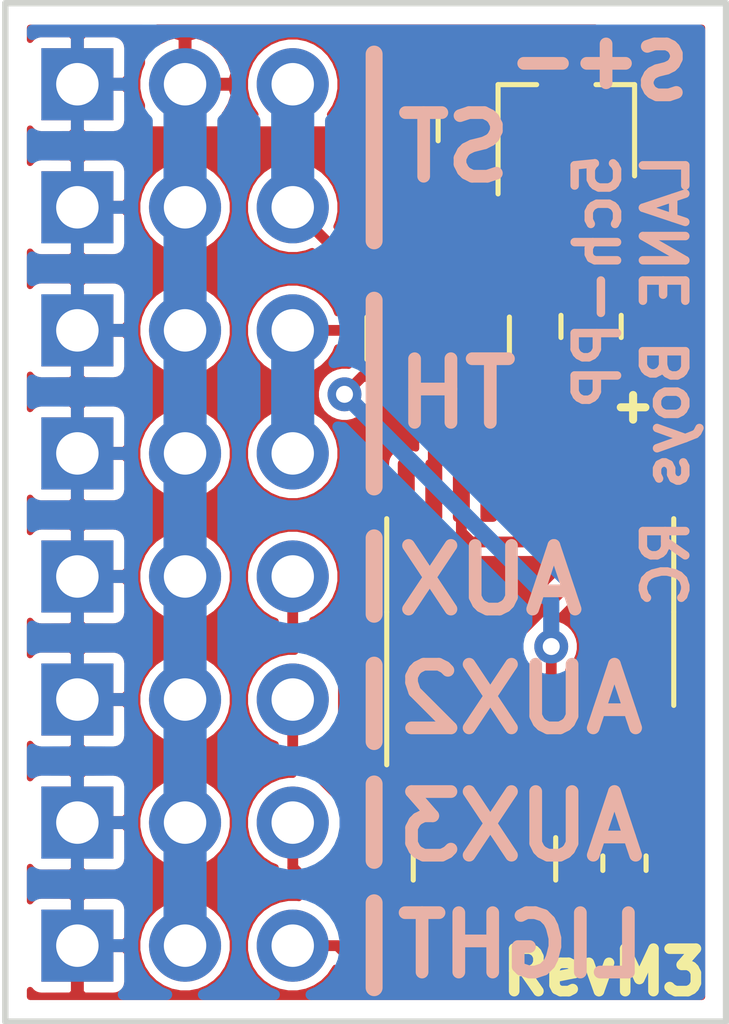
<source format=kicad_pcb>
(kicad_pcb (version 20171130) (host pcbnew 5.1.9-73d0e3b20d~88~ubuntu18.04.1)

  (general
    (thickness 1)
    (drawings 24)
    (tracks 92)
    (zones 0)
    (modules 15)
    (nets 16)
  )

  (page User 215.9 139.7)
  (title_block
    (title "Pre-processor for RC Light Controller ")
    (date 2017-03-14)
    (rev 1)
    (company "LANE Boys RC")
  )

  (layers
    (0 F.Cu signal)
    (31 B.Cu signal)
    (32 B.Adhes user hide)
    (33 F.Adhes user hide)
    (34 B.Paste user hide)
    (35 F.Paste user hide)
    (36 B.SilkS user)
    (37 F.SilkS user)
    (38 B.Mask user hide)
    (39 F.Mask user hide)
    (40 Dwgs.User user hide)
    (41 Cmts.User user hide)
    (42 Eco1.User user hide)
    (43 Eco2.User user hide)
    (44 Edge.Cuts user)
    (45 Margin user hide)
    (46 B.CrtYd user hide)
    (47 F.CrtYd user)
    (48 B.Fab user hide)
    (49 F.Fab user hide)
  )

  (setup
    (last_trace_width 0.254)
    (user_trace_width 0.2032)
    (user_trace_width 0.2286)
    (user_trace_width 0.381)
    (user_trace_width 0.508)
    (user_trace_width 0.762)
    (user_trace_width 1.016)
    (trace_clearance 0.1524)
    (zone_clearance 0.2032)
    (zone_45_only no)
    (trace_min 0.1524)
    (via_size 0.8)
    (via_drill 0.4)
    (via_min_size 0.4)
    (via_min_drill 0.3)
    (uvia_size 0.3)
    (uvia_drill 0.1)
    (uvias_allowed no)
    (uvia_min_size 0)
    (uvia_min_drill 0)
    (edge_width 0.15)
    (segment_width 0.4)
    (pcb_text_width 0.3)
    (pcb_text_size 1.5 1.5)
    (mod_edge_width 0.15)
    (mod_text_size 1 1)
    (mod_text_width 0.15)
    (pad_size 1.524 1.524)
    (pad_drill 0.762)
    (pad_to_mask_clearance 0.0254)
    (solder_mask_min_width 0.0254)
    (pad_to_paste_clearance_ratio -0.05)
    (aux_axis_origin 114.3 66.04)
    (grid_origin 114.3 66.04)
    (visible_elements 7FFFFF7F)
    (pcbplotparams
      (layerselection 0x010f0_ffffffff)
      (usegerberextensions false)
      (usegerberattributes false)
      (usegerberadvancedattributes false)
      (creategerberjobfile false)
      (excludeedgelayer true)
      (linewidth 0.100000)
      (plotframeref false)
      (viasonmask false)
      (mode 1)
      (useauxorigin false)
      (hpglpennumber 1)
      (hpglpenspeed 20)
      (hpglpendiameter 15.000000)
      (psnegative false)
      (psa4output false)
      (plotreference false)
      (plotvalue false)
      (plotinvisibletext false)
      (padsonsilk false)
      (subtractmaskfromsilk false)
      (outputformat 1)
      (mirror false)
      (drillshape 0)
      (scaleselection 1)
      (outputdirectory "gerber/"))
  )

  (net 0 "")
  (net 1 VCC)
  (net 2 GND)
  (net 3 +3V3)
  (net 4 /ST)
  (net 5 /TH)
  (net 6 /AUX)
  (net 7 /LIGHT)
  (net 8 /AUX2)
  (net 9 /AUX3)
  (net 10 /ST_IN)
  (net 11 /TH_IN)
  (net 12 /AUX_IN)
  (net 13 /LIGHT_OUT)
  (net 14 /AUX2_IN)
  (net 15 /AUX3_IN)

  (net_class Default "This is the default net class."
    (clearance 0.1524)
    (trace_width 0.254)
    (via_dia 0.8)
    (via_drill 0.4)
    (uvia_dia 0.3)
    (uvia_drill 0.1)
    (add_net +3V3)
    (add_net /AUX)
    (add_net /AUX2)
    (add_net /AUX2_IN)
    (add_net /AUX3)
    (add_net /AUX3_IN)
    (add_net /AUX_IN)
    (add_net /LIGHT)
    (add_net /LIGHT_OUT)
    (add_net /ST)
    (add_net /ST_IN)
    (add_net /TH)
    (add_net /TH_IN)
    (add_net GND)
    (add_net "Net-(RN2-Pad1)")
    (add_net "Net-(RN2-Pad2)")
    (add_net "Net-(RN2-Pad7)")
    (add_net "Net-(RN2-Pad8)")
    (add_net "Net-(U2-Pad1)")
    (add_net "Net-(U2-Pad10)")
    (add_net "Net-(U2-Pad11)")
    (add_net "Net-(U2-Pad12)")
    (add_net "Net-(U2-Pad13)")
    (add_net "Net-(U2-Pad2)")
    (add_net "Net-(U2-Pad20)")
    (add_net "Net-(U2-Pad5)")
    (add_net "Net-(U2-Pad7)")
    (add_net "Net-(U2-Pad8)")
    (add_net VCC)
  )

  (module Package_SO:TSSOP-20_4.4x6.5mm_P0.65mm (layer F.Cu) (tedit 5E476F32) (tstamp 6072C74F)
    (at 126.6825 56.388 90)
    (descr "TSSOP, 20 Pin (JEDEC MO-153 Var AC https://www.jedec.org/document_search?search_api_views_fulltext=MO-153), generated with kicad-footprint-generator ipc_gullwing_generator.py")
    (tags "TSSOP SO")
    (path /6072E63F)
    (attr smd)
    (fp_text reference U2 (at 0 -4.2 90) (layer F.SilkS) hide
      (effects (font (size 1 1) (thickness 0.15)))
    )
    (fp_text value LPC832M101FDH20 (at 0 4.2 90) (layer F.Fab)
      (effects (font (size 1 1) (thickness 0.15)))
    )
    (fp_text user %R (at 0 0 90) (layer F.Fab)
      (effects (font (size 1 1) (thickness 0.15)))
    )
    (fp_line (start 0 3.385) (end 2.2 3.385) (layer F.SilkS) (width 0.12))
    (fp_line (start 0 3.385) (end -2.2 3.385) (layer F.SilkS) (width 0.12))
    (fp_line (start 0 -3.385) (end 2.2 -3.385) (layer F.SilkS) (width 0.12))
    (fp_line (start 0 -3.385) (end -3.6 -3.385) (layer F.SilkS) (width 0.12))
    (fp_line (start -1.2 -3.25) (end 2.2 -3.25) (layer F.Fab) (width 0.1))
    (fp_line (start 2.2 -3.25) (end 2.2 3.25) (layer F.Fab) (width 0.1))
    (fp_line (start 2.2 3.25) (end -2.2 3.25) (layer F.Fab) (width 0.1))
    (fp_line (start -2.2 3.25) (end -2.2 -2.25) (layer F.Fab) (width 0.1))
    (fp_line (start -2.2 -2.25) (end -1.2 -3.25) (layer F.Fab) (width 0.1))
    (fp_line (start -3.85 -3.5) (end -3.85 3.5) (layer F.CrtYd) (width 0.05))
    (fp_line (start -3.85 3.5) (end 3.85 3.5) (layer F.CrtYd) (width 0.05))
    (fp_line (start 3.85 3.5) (end 3.85 -3.5) (layer F.CrtYd) (width 0.05))
    (fp_line (start 3.85 -3.5) (end -3.85 -3.5) (layer F.CrtYd) (width 0.05))
    (pad 20 smd roundrect (at 2.8625 -2.925 90) (size 1.475 0.4) (layers F.Cu F.Paste F.Mask) (roundrect_rratio 0.25))
    (pad 19 smd roundrect (at 2.8625 -2.275 90) (size 1.475 0.4) (layers F.Cu F.Paste F.Mask) (roundrect_rratio 0.25)
      (net 4 /ST))
    (pad 18 smd roundrect (at 2.8625 -1.625 90) (size 1.475 0.4) (layers F.Cu F.Paste F.Mask) (roundrect_rratio 0.25)
      (net 3 +3V3))
    (pad 17 smd roundrect (at 2.8625 -0.975 90) (size 1.475 0.4) (layers F.Cu F.Paste F.Mask) (roundrect_rratio 0.25)
      (net 2 GND))
    (pad 16 smd roundrect (at 2.8625 -0.325 90) (size 1.475 0.4) (layers F.Cu F.Paste F.Mask) (roundrect_rratio 0.25)
      (net 2 GND))
    (pad 15 smd roundrect (at 2.8625 0.325 90) (size 1.475 0.4) (layers F.Cu F.Paste F.Mask) (roundrect_rratio 0.25)
      (net 3 +3V3))
    (pad 14 smd roundrect (at 2.8625 0.975 90) (size 1.475 0.4) (layers F.Cu F.Paste F.Mask) (roundrect_rratio 0.25)
      (net 8 /AUX2))
    (pad 13 smd roundrect (at 2.8625 1.625 90) (size 1.475 0.4) (layers F.Cu F.Paste F.Mask) (roundrect_rratio 0.25))
    (pad 12 smd roundrect (at 2.8625 2.275 90) (size 1.475 0.4) (layers F.Cu F.Paste F.Mask) (roundrect_rratio 0.25))
    (pad 11 smd roundrect (at 2.8625 2.925 90) (size 1.475 0.4) (layers F.Cu F.Paste F.Mask) (roundrect_rratio 0.25))
    (pad 10 smd roundrect (at -2.8625 2.925 90) (size 1.475 0.4) (layers F.Cu F.Paste F.Mask) (roundrect_rratio 0.25))
    (pad 9 smd roundrect (at -2.8625 2.275 90) (size 1.475 0.4) (layers F.Cu F.Paste F.Mask) (roundrect_rratio 0.25)
      (net 9 /AUX3))
    (pad 8 smd roundrect (at -2.8625 1.625 90) (size 1.475 0.4) (layers F.Cu F.Paste F.Mask) (roundrect_rratio 0.25))
    (pad 7 smd roundrect (at -2.8625 0.975 90) (size 1.475 0.4) (layers F.Cu F.Paste F.Mask) (roundrect_rratio 0.25))
    (pad 6 smd roundrect (at -2.8625 0.325 90) (size 1.475 0.4) (layers F.Cu F.Paste F.Mask) (roundrect_rratio 0.25)
      (net 5 /TH))
    (pad 5 smd roundrect (at -2.8625 -0.325 90) (size 1.475 0.4) (layers F.Cu F.Paste F.Mask) (roundrect_rratio 0.25))
    (pad 4 smd roundrect (at -2.8625 -0.975 90) (size 1.475 0.4) (layers F.Cu F.Paste F.Mask) (roundrect_rratio 0.25)
      (net 7 /LIGHT))
    (pad 3 smd roundrect (at -2.8625 -1.625 90) (size 1.475 0.4) (layers F.Cu F.Paste F.Mask) (roundrect_rratio 0.25)
      (net 6 /AUX))
    (pad 2 smd roundrect (at -2.8625 -2.275 90) (size 1.475 0.4) (layers F.Cu F.Paste F.Mask) (roundrect_rratio 0.25))
    (pad 1 smd roundrect (at -2.8625 -2.925 90) (size 1.475 0.4) (layers F.Cu F.Paste F.Mask) (roundrect_rratio 0.25))
    (model ${KISYS3DMOD}/Package_SO.3dshapes/TSSOP-20_4.4x6.5mm_P0.65mm.wrl
      (at (xyz 0 0 0))
      (scale (xyz 1 1 1))
      (rotate (xyz 0 0 0))
    )
  )

  (module Resistor_SMD:R_Array_Convex_4x0603 (layer F.Cu) (tedit 58E0A8B2) (tstamp 6024C36F)
    (at 124.5108 49.9364 270)
    (descr "Chip Resistor Network, ROHM MNR14 (see mnr_g.pdf)")
    (tags "resistor array")
    (path /6028CA7F)
    (attr smd)
    (fp_text reference RN2 (at 0 -2.8 90) (layer F.SilkS) hide
      (effects (font (size 1 1) (thickness 0.15)))
    )
    (fp_text value R_Pack04 (at 0 2.8 90) (layer F.Fab)
      (effects (font (size 1 1) (thickness 0.15)))
    )
    (fp_line (start -0.8 -1.6) (end 0.8 -1.6) (layer F.Fab) (width 0.1))
    (fp_line (start 0.8 -1.6) (end 0.8 1.6) (layer F.Fab) (width 0.1))
    (fp_line (start 0.8 1.6) (end -0.8 1.6) (layer F.Fab) (width 0.1))
    (fp_line (start -0.8 1.6) (end -0.8 -1.6) (layer F.Fab) (width 0.1))
    (fp_line (start 0.5 1.68) (end -0.5 1.68) (layer F.SilkS) (width 0.12))
    (fp_line (start 0.5 -1.68) (end -0.5 -1.68) (layer F.SilkS) (width 0.12))
    (fp_line (start -1.55 -1.85) (end 1.55 -1.85) (layer F.CrtYd) (width 0.05))
    (fp_line (start -1.55 -1.85) (end -1.55 1.85) (layer F.CrtYd) (width 0.05))
    (fp_line (start 1.55 1.85) (end 1.55 -1.85) (layer F.CrtYd) (width 0.05))
    (fp_line (start 1.55 1.85) (end -1.55 1.85) (layer F.CrtYd) (width 0.05))
    (fp_text user %R (at 0 0) (layer F.Fab)
      (effects (font (size 0.5 0.5) (thickness 0.075)))
    )
    (pad 5 smd rect (at 0.9 1.2 270) (size 0.8 0.5) (layers F.Cu F.Paste F.Mask)
      (net 5 /TH))
    (pad 6 smd rect (at 0.9 0.4 270) (size 0.8 0.4) (layers F.Cu F.Paste F.Mask)
      (net 4 /ST))
    (pad 8 smd rect (at 0.9 -1.2 270) (size 0.8 0.5) (layers F.Cu F.Paste F.Mask))
    (pad 7 smd rect (at 0.9 -0.4 270) (size 0.8 0.4) (layers F.Cu F.Paste F.Mask))
    (pad 4 smd rect (at -0.9 1.2 270) (size 0.8 0.5) (layers F.Cu F.Paste F.Mask)
      (net 11 /TH_IN))
    (pad 2 smd rect (at -0.9 -0.4 270) (size 0.8 0.4) (layers F.Cu F.Paste F.Mask))
    (pad 3 smd rect (at -0.9 0.4 270) (size 0.8 0.4) (layers F.Cu F.Paste F.Mask)
      (net 10 /ST_IN))
    (pad 1 smd rect (at -0.9 -1.2 270) (size 0.8 0.5) (layers F.Cu F.Paste F.Mask))
    (model ${KISYS3DMOD}/Resistor_SMD.3dshapes/R_Array_Convex_4x0603.wrl
      (at (xyz 0 0 0))
      (scale (xyz 1 1 1))
      (rotate (xyz 0 0 0))
    )
  )

  (module Package_TO_SOT_SMD:SOT-23W (layer F.Cu) (tedit 5A02FF57) (tstamp 5D286456)
    (at 127.5334 45.0342 90)
    (descr "SOT-23W http://www.allegromicro.com/~/media/Files/Datasheets/A112x-Datasheet.ashx?la=en&hash=7BC461E058CC246E0BAB62433B2F1ECA104CA9D3")
    (tags SOT-23W)
    (path /58AF9BBC)
    (attr smd)
    (fp_text reference U1 (at 0 -2.5 90) (layer F.SilkS) hide
      (effects (font (size 1 1) (thickness 0.15)))
    )
    (fp_text value MCP1703T-3302E/CB (at 0 2.5 90) (layer F.Fab)
      (effects (font (size 1 1) (thickness 0.15)))
    )
    (fp_line (start 1.075 -1.61) (end 1.075 -0.7) (layer F.SilkS) (width 0.12))
    (fp_line (start 1.075 0.7) (end 1.075 1.61) (layer F.SilkS) (width 0.12))
    (fp_line (start -1.5 -1.61) (end 1.075 -1.61) (layer F.SilkS) (width 0.12))
    (fp_line (start -1.075 1.61) (end 1.075 1.61) (layer F.SilkS) (width 0.12))
    (fp_line (start -0.955 -0.49) (end -0.955 1.49) (layer F.Fab) (width 0.1))
    (fp_line (start 0.045 -1.49) (end 0.955 -1.49) (layer F.Fab) (width 0.1))
    (fp_line (start -0.955 -0.49) (end 0.045 -1.49) (layer F.Fab) (width 0.1))
    (fp_line (start 0.955 -1.49) (end 0.955 1.49) (layer F.Fab) (width 0.1))
    (fp_line (start -0.955 1.49) (end 0.955 1.49) (layer F.Fab) (width 0.1))
    (fp_line (start -1.95 -1.74) (end 1.95 -1.74) (layer F.CrtYd) (width 0.05))
    (fp_line (start 1.95 -1.74) (end 1.95 1.74) (layer F.CrtYd) (width 0.05))
    (fp_line (start 1.95 1.74) (end -1.95 1.74) (layer F.CrtYd) (width 0.05))
    (fp_line (start -1.95 1.74) (end -1.95 -1.74) (layer F.CrtYd) (width 0.05))
    (fp_text user %R (at 0 0) (layer F.Fab)
      (effects (font (size 0.5 0.5) (thickness 0.075)))
    )
    (pad 3 smd rect (at 1.2 0 90) (size 1 0.7) (layers F.Cu F.Paste F.Mask)
      (net 1 VCC))
    (pad 2 smd rect (at -1.2 0.95 90) (size 1 0.7) (layers F.Cu F.Paste F.Mask)
      (net 3 +3V3))
    (pad 1 smd rect (at -1.2 -0.95 90) (size 1 0.7) (layers F.Cu F.Paste F.Mask)
      (net 2 GND))
    (model ${KISYS3DMOD}/Package_TO_SOT_SMD.3dshapes/SOT-23W.wrl
      (at (xyz 0 0 0))
      (scale (xyz 1 1 1))
      (rotate (xyz 0 0 0))
    )
  )

  (module Resistor_SMD:R_Array_Convex_4x0603 (layer F.Cu) (tedit 58E0A8B2) (tstamp 601F593A)
    (at 125.603 62.2046 90)
    (descr "Chip Resistor Network, ROHM MNR14 (see mnr_g.pdf)")
    (tags "resistor array")
    (path /6020567D)
    (attr smd)
    (fp_text reference RN1 (at 0 -2.8 90) (layer F.SilkS) hide
      (effects (font (size 1 1) (thickness 0.15)))
    )
    (fp_text value R_Pack04 (at 0 2.8 90) (layer F.Fab)
      (effects (font (size 1 1) (thickness 0.15)))
    )
    (fp_line (start -0.8 -1.6) (end 0.8 -1.6) (layer F.Fab) (width 0.1))
    (fp_line (start 0.8 -1.6) (end 0.8 1.6) (layer F.Fab) (width 0.1))
    (fp_line (start 0.8 1.6) (end -0.8 1.6) (layer F.Fab) (width 0.1))
    (fp_line (start -0.8 1.6) (end -0.8 -1.6) (layer F.Fab) (width 0.1))
    (fp_line (start 0.5 1.68) (end -0.5 1.68) (layer F.SilkS) (width 0.12))
    (fp_line (start 0.5 -1.68) (end -0.5 -1.68) (layer F.SilkS) (width 0.12))
    (fp_line (start -1.55 -1.85) (end 1.55 -1.85) (layer F.CrtYd) (width 0.05))
    (fp_line (start -1.55 -1.85) (end -1.55 1.85) (layer F.CrtYd) (width 0.05))
    (fp_line (start 1.55 1.85) (end 1.55 -1.85) (layer F.CrtYd) (width 0.05))
    (fp_line (start 1.55 1.85) (end -1.55 1.85) (layer F.CrtYd) (width 0.05))
    (fp_text user %R (at 0 0) (layer F.Fab)
      (effects (font (size 0.5 0.5) (thickness 0.075)))
    )
    (pad 5 smd rect (at 0.9 1.2 90) (size 0.8 0.5) (layers F.Cu F.Paste F.Mask)
      (net 7 /LIGHT))
    (pad 6 smd rect (at 0.9 0.4 90) (size 0.8 0.4) (layers F.Cu F.Paste F.Mask)
      (net 9 /AUX3))
    (pad 8 smd rect (at 0.9 -1.2 90) (size 0.8 0.5) (layers F.Cu F.Paste F.Mask)
      (net 6 /AUX))
    (pad 7 smd rect (at 0.9 -0.4 90) (size 0.8 0.4) (layers F.Cu F.Paste F.Mask)
      (net 8 /AUX2))
    (pad 4 smd rect (at -0.9 1.2 90) (size 0.8 0.5) (layers F.Cu F.Paste F.Mask)
      (net 13 /LIGHT_OUT))
    (pad 2 smd rect (at -0.9 -0.4 90) (size 0.8 0.4) (layers F.Cu F.Paste F.Mask)
      (net 14 /AUX2_IN))
    (pad 3 smd rect (at -0.9 0.4 90) (size 0.8 0.4) (layers F.Cu F.Paste F.Mask)
      (net 15 /AUX3_IN))
    (pad 1 smd rect (at -0.9 -1.2 90) (size 0.8 0.5) (layers F.Cu F.Paste F.Mask)
      (net 12 /AUX_IN))
    (model ${KISYS3DMOD}/Resistor_SMD.3dshapes/R_Array_Convex_4x0603.wrl
      (at (xyz 0 0 0))
      (scale (xyz 1 1 1))
      (rotate (xyz 0 0 0))
    )
  )

  (module Connector_PinHeader_2.54mm:PinHeader_1x03_P2.54mm_Vertical (layer B.Cu) (tedit 5D281D1F) (tstamp 5D28C293)
    (at 116 61.35 270)
    (descr "Through hole straight pin header, 1x03, 2.54mm pitch, single row")
    (tags "Through hole pin header THT 1x03 2.54mm single row")
    (path /5D287718)
    (fp_text reference P8 (at 0 2.33 270) (layer B.SilkS) hide
      (effects (font (size 1 1) (thickness 0.15)) (justify mirror))
    )
    (fp_text value AUX3-IN (at 0 -7.41 270) (layer B.Fab)
      (effects (font (size 1 1) (thickness 0.15)) (justify mirror))
    )
    (fp_line (start 1.8 1.8) (end -1.8 1.8) (layer B.CrtYd) (width 0.05))
    (fp_line (start 1.8 -6.85) (end 1.8 1.8) (layer B.CrtYd) (width 0.05))
    (fp_line (start -1.8 -6.85) (end 1.8 -6.85) (layer B.CrtYd) (width 0.05))
    (fp_line (start -1.8 1.8) (end -1.8 -6.85) (layer B.CrtYd) (width 0.05))
    (fp_line (start -1.27 0.635) (end -0.635 1.27) (layer B.Fab) (width 0.1))
    (fp_line (start -1.27 -6.35) (end -1.27 0.635) (layer B.Fab) (width 0.1))
    (fp_line (start 1.27 -6.35) (end -1.27 -6.35) (layer B.Fab) (width 0.1))
    (fp_line (start 1.27 1.27) (end 1.27 -6.35) (layer B.Fab) (width 0.1))
    (fp_line (start -0.635 1.27) (end 1.27 1.27) (layer B.Fab) (width 0.1))
    (fp_text user %R (at 0 -2.54 180) (layer B.Fab)
      (effects (font (size 1 1) (thickness 0.15)) (justify mirror))
    )
    (pad 1 thru_hole rect (at 0 0 270) (size 1.7 1.7) (drill 1) (layers *.Cu *.Mask)
      (net 2 GND))
    (pad 2 thru_hole oval (at 0 -2.54 270) (size 1.7 1.7) (drill 1) (layers *.Cu *.Mask)
      (net 1 VCC))
    (pad 3 thru_hole oval (at 0 -5.08 270) (size 1.7 1.7) (drill 1) (layers *.Cu *.Mask)
      (net 15 /AUX3_IN))
    (model ${KISYS3DMOD}/Connector_PinHeader_2.54mm.3dshapes/PinHeader_1x03_P2.54mm_Vertical.wrl
      (at (xyz 0 0 0))
      (scale (xyz 1 1 1))
      (rotate (xyz 0 0 0))
    )
  )

  (module Connector_PinHeader_2.54mm:PinHeader_1x03_P2.54mm_Vertical (layer B.Cu) (tedit 5D281D12) (tstamp 5D28C27C)
    (at 116 58.45 270)
    (descr "Through hole straight pin header, 1x03, 2.54mm pitch, single row")
    (tags "Through hole pin header THT 1x03 2.54mm single row")
    (path /5D282BAE)
    (fp_text reference P7 (at 0 2.33 270) (layer B.SilkS) hide
      (effects (font (size 1 1) (thickness 0.15) italic) (justify mirror))
    )
    (fp_text value AUX2-IN (at 0 -7.41 270) (layer B.Fab)
      (effects (font (size 1 1) (thickness 0.15)) (justify mirror))
    )
    (fp_line (start 1.8 1.8) (end -1.8 1.8) (layer B.CrtYd) (width 0.05))
    (fp_line (start 1.8 -6.85) (end 1.8 1.8) (layer B.CrtYd) (width 0.05))
    (fp_line (start -1.8 -6.85) (end 1.8 -6.85) (layer B.CrtYd) (width 0.05))
    (fp_line (start -1.8 1.8) (end -1.8 -6.85) (layer B.CrtYd) (width 0.05))
    (fp_line (start -1.27 0.635) (end -0.635 1.27) (layer B.Fab) (width 0.1))
    (fp_line (start -1.27 -6.35) (end -1.27 0.635) (layer B.Fab) (width 0.1))
    (fp_line (start 1.27 -6.35) (end -1.27 -6.35) (layer B.Fab) (width 0.1))
    (fp_line (start 1.27 1.27) (end 1.27 -6.35) (layer B.Fab) (width 0.1))
    (fp_line (start -0.635 1.27) (end 1.27 1.27) (layer B.Fab) (width 0.1))
    (fp_text user %R (at 0 -2.54 180) (layer B.Fab)
      (effects (font (size 1 1) (thickness 0.15)) (justify mirror))
    )
    (pad 1 thru_hole rect (at 0 0 270) (size 1.7 1.7) (drill 1) (layers *.Cu *.Mask)
      (net 2 GND))
    (pad 2 thru_hole oval (at 0 -2.54 270) (size 1.7 1.7) (drill 1) (layers *.Cu *.Mask)
      (net 1 VCC))
    (pad 3 thru_hole oval (at 0 -5.08 270) (size 1.7 1.7) (drill 1) (layers *.Cu *.Mask)
      (net 14 /AUX2_IN))
    (model ${KISYS3DMOD}/Connector_PinHeader_2.54mm.3dshapes/PinHeader_1x03_P2.54mm_Vertical.wrl
      (at (xyz 0 0 0))
      (scale (xyz 1 1 1))
      (rotate (xyz 0 0 0))
    )
  )

  (module Connector_PinHeader_2.54mm:PinHeader_1x03_P2.54mm_Vertical (layer B.Cu) (tedit 5D281D05) (tstamp 5D28DFB7)
    (at 116 64.25 270)
    (descr "Through hole straight pin header, 1x03, 2.54mm pitch, single row")
    (tags "Through hole pin header THT 1x03 2.54mm single row")
    (path /58AF9DBB)
    (fp_text reference P6 (at 0 2.33 270) (layer B.SilkS) hide
      (effects (font (size 1 1) (thickness 0.15)) (justify mirror))
    )
    (fp_text value "LIGHT CONTROLLER" (at 0 -7.41 270) (layer B.Fab)
      (effects (font (size 1 1) (thickness 0.15)) (justify mirror))
    )
    (fp_line (start 1.8 1.8) (end -1.8 1.8) (layer B.CrtYd) (width 0.05))
    (fp_line (start 1.8 -6.85) (end 1.8 1.8) (layer B.CrtYd) (width 0.05))
    (fp_line (start -1.8 -6.85) (end 1.8 -6.85) (layer B.CrtYd) (width 0.05))
    (fp_line (start -1.8 1.8) (end -1.8 -6.85) (layer B.CrtYd) (width 0.05))
    (fp_line (start -1.27 0.635) (end -0.635 1.27) (layer B.Fab) (width 0.1))
    (fp_line (start -1.27 -6.35) (end -1.27 0.635) (layer B.Fab) (width 0.1))
    (fp_line (start 1.27 -6.35) (end -1.27 -6.35) (layer B.Fab) (width 0.1))
    (fp_line (start 1.27 1.27) (end 1.27 -6.35) (layer B.Fab) (width 0.1))
    (fp_line (start -0.635 1.27) (end 1.27 1.27) (layer B.Fab) (width 0.1))
    (fp_text user %R (at 0 -2.54 180) (layer B.Fab)
      (effects (font (size 1 1) (thickness 0.15)) (justify mirror))
    )
    (pad 1 thru_hole rect (at 0 0 270) (size 1.7 1.7) (drill 1) (layers *.Cu *.Mask)
      (net 2 GND))
    (pad 2 thru_hole oval (at 0 -2.54 270) (size 1.7 1.7) (drill 1) (layers *.Cu *.Mask)
      (net 1 VCC))
    (pad 3 thru_hole oval (at 0 -5.08 270) (size 1.7 1.7) (drill 1) (layers *.Cu *.Mask)
      (net 13 /LIGHT_OUT))
    (model ${KISYS3DMOD}/Connector_PinHeader_2.54mm.3dshapes/PinHeader_1x03_P2.54mm_Vertical.wrl
      (at (xyz 0 0 0))
      (scale (xyz 1 1 1))
      (rotate (xyz 0 0 0))
    )
  )

  (module Connector_PinHeader_2.54mm:PinHeader_1x03_P2.54mm_Vertical (layer B.Cu) (tedit 5D281CF7) (tstamp 5D28C250)
    (at 116 55.55 270)
    (descr "Through hole straight pin header, 1x03, 2.54mm pitch, single row")
    (tags "Through hole pin header THT 1x03 2.54mm single row")
    (path /58AF9D7F)
    (fp_text reference P5 (at 0 2.33 270) (layer B.SilkS) hide
      (effects (font (size 1 1) (thickness 0.15)) (justify mirror))
    )
    (fp_text value AUX-IN (at 0 -7.41 270) (layer B.Fab)
      (effects (font (size 1 1) (thickness 0.15)) (justify mirror))
    )
    (fp_line (start 1.8 1.8) (end -1.8 1.8) (layer B.CrtYd) (width 0.05))
    (fp_line (start 1.8 -6.85) (end 1.8 1.8) (layer B.CrtYd) (width 0.05))
    (fp_line (start -1.8 -6.85) (end 1.8 -6.85) (layer B.CrtYd) (width 0.05))
    (fp_line (start -1.8 1.8) (end -1.8 -6.85) (layer B.CrtYd) (width 0.05))
    (fp_line (start -1.27 0.635) (end -0.635 1.27) (layer B.Fab) (width 0.1))
    (fp_line (start -1.27 -6.35) (end -1.27 0.635) (layer B.Fab) (width 0.1))
    (fp_line (start 1.27 -6.35) (end -1.27 -6.35) (layer B.Fab) (width 0.1))
    (fp_line (start 1.27 1.27) (end 1.27 -6.35) (layer B.Fab) (width 0.1))
    (fp_line (start -0.635 1.27) (end 1.27 1.27) (layer B.Fab) (width 0.1))
    (fp_text user %R (at 0 -2.54 180) (layer B.Fab)
      (effects (font (size 1 1) (thickness 0.15)) (justify mirror))
    )
    (pad 1 thru_hole rect (at 0 0 270) (size 1.7 1.7) (drill 1) (layers *.Cu *.Mask)
      (net 2 GND))
    (pad 2 thru_hole oval (at 0 -2.54 270) (size 1.7 1.7) (drill 1) (layers *.Cu *.Mask)
      (net 1 VCC))
    (pad 3 thru_hole oval (at 0 -5.08 270) (size 1.7 1.7) (drill 1) (layers *.Cu *.Mask)
      (net 12 /AUX_IN))
    (model ${KISYS3DMOD}/Connector_PinHeader_2.54mm.3dshapes/PinHeader_1x03_P2.54mm_Vertical.wrl
      (at (xyz 0 0 0))
      (scale (xyz 1 1 1))
      (rotate (xyz 0 0 0))
    )
  )

  (module Connector_PinHeader_2.54mm:PinHeader_1x03_P2.54mm_Vertical (layer B.Cu) (tedit 5D281CEB) (tstamp 5D28C224)
    (at 116 49.75 270)
    (descr "Through hole straight pin header, 1x03, 2.54mm pitch, single row")
    (tags "Through hole pin header THT 1x03 2.54mm single row")
    (path /58AF9CE6)
    (fp_text reference P3 (at 0 2.33 270) (layer B.SilkS) hide
      (effects (font (size 1 1) (thickness 0.15)) (justify mirror))
    )
    (fp_text value TH-IN (at 0 -7.41 270) (layer B.Fab)
      (effects (font (size 1 1) (thickness 0.15)) (justify mirror))
    )
    (fp_line (start 1.8 1.8) (end -1.8 1.8) (layer B.CrtYd) (width 0.05))
    (fp_line (start 1.8 -6.85) (end 1.8 1.8) (layer B.CrtYd) (width 0.05))
    (fp_line (start -1.8 -6.85) (end 1.8 -6.85) (layer B.CrtYd) (width 0.05))
    (fp_line (start -1.8 1.8) (end -1.8 -6.85) (layer B.CrtYd) (width 0.05))
    (fp_line (start -1.27 0.635) (end -0.635 1.27) (layer B.Fab) (width 0.1))
    (fp_line (start -1.27 -6.35) (end -1.27 0.635) (layer B.Fab) (width 0.1))
    (fp_line (start 1.27 -6.35) (end -1.27 -6.35) (layer B.Fab) (width 0.1))
    (fp_line (start 1.27 1.27) (end 1.27 -6.35) (layer B.Fab) (width 0.1))
    (fp_line (start -0.635 1.27) (end 1.27 1.27) (layer B.Fab) (width 0.1))
    (fp_text user %R (at 0 -2.54 180) (layer B.Fab)
      (effects (font (size 1 1) (thickness 0.15)) (justify mirror))
    )
    (pad 1 thru_hole rect (at 0 0 270) (size 1.7 1.7) (drill 1) (layers *.Cu *.Mask)
      (net 2 GND))
    (pad 2 thru_hole oval (at 0 -2.54 270) (size 1.7 1.7) (drill 1) (layers *.Cu *.Mask)
      (net 1 VCC))
    (pad 3 thru_hole oval (at 0 -5.08 270) (size 1.7 1.7) (drill 1) (layers *.Cu *.Mask)
      (net 11 /TH_IN))
    (model ${KISYS3DMOD}/Connector_PinHeader_2.54mm.3dshapes/PinHeader_1x03_P2.54mm_Vertical.wrl
      (at (xyz 0 0 0))
      (scale (xyz 1 1 1))
      (rotate (xyz 0 0 0))
    )
  )

  (module Connector_PinHeader_2.54mm:PinHeader_1x03_P2.54mm_Vertical (layer B.Cu) (tedit 5D281CDF) (tstamp 5D28C33F)
    (at 116 43.95 270)
    (descr "Through hole straight pin header, 1x03, 2.54mm pitch, single row")
    (tags "Through hole pin header THT 1x03 2.54mm single row")
    (path /58AF9CB3)
    (fp_text reference P2 (at 0 2.33 270) (layer B.SilkS) hide
      (effects (font (size 1 1) (thickness 0.15)) (justify mirror))
    )
    (fp_text value ST-OUT (at 0 -7.41 270) (layer B.Fab)
      (effects (font (size 1 1) (thickness 0.15)) (justify mirror))
    )
    (fp_line (start -0.635 1.27) (end 1.27 1.27) (layer B.Fab) (width 0.1))
    (fp_line (start 1.27 1.27) (end 1.27 -6.35) (layer B.Fab) (width 0.1))
    (fp_line (start 1.27 -6.35) (end -1.27 -6.35) (layer B.Fab) (width 0.1))
    (fp_line (start -1.27 -6.35) (end -1.27 0.635) (layer B.Fab) (width 0.1))
    (fp_line (start -1.27 0.635) (end -0.635 1.27) (layer B.Fab) (width 0.1))
    (fp_line (start -1.8 1.8) (end -1.8 -6.85) (layer B.CrtYd) (width 0.05))
    (fp_line (start -1.8 -6.85) (end 1.8 -6.85) (layer B.CrtYd) (width 0.05))
    (fp_line (start 1.8 -6.85) (end 1.8 1.8) (layer B.CrtYd) (width 0.05))
    (fp_line (start 1.8 1.8) (end -1.8 1.8) (layer B.CrtYd) (width 0.05))
    (fp_text user %R (at 0 -2.54 180) (layer B.Fab)
      (effects (font (size 1 1) (thickness 0.15)) (justify mirror))
    )
    (pad 3 thru_hole oval (at 0 -5.08 270) (size 1.7 1.7) (drill 1) (layers *.Cu *.Mask)
      (net 10 /ST_IN))
    (pad 2 thru_hole oval (at 0 -2.54 270) (size 1.7 1.7) (drill 1) (layers *.Cu *.Mask)
      (net 1 VCC))
    (pad 1 thru_hole rect (at 0 0 270) (size 1.7 1.7) (drill 1) (layers *.Cu *.Mask)
      (net 2 GND))
    (model ${KISYS3DMOD}/Connector_PinHeader_2.54mm.3dshapes/PinHeader_1x03_P2.54mm_Vertical.wrl
      (at (xyz 0 0 0))
      (scale (xyz 1 1 1))
      (rotate (xyz 0 0 0))
    )
  )

  (module Connector_PinHeader_2.54mm:PinHeader_1x03_P2.54mm_Vertical (layer B.Cu) (tedit 5D281CD3) (tstamp 5D28C1F8)
    (at 116 46.85 270)
    (descr "Through hole straight pin header, 1x03, 2.54mm pitch, single row")
    (tags "Through hole pin header THT 1x03 2.54mm single row")
    (path /58AF9C1E)
    (fp_text reference P1 (at 0 2.33 270) (layer B.SilkS) hide
      (effects (font (size 1 1) (thickness 0.15)) (justify mirror))
    )
    (fp_text value ST-IN (at 0 -7.41 270) (layer B.Fab)
      (effects (font (size 1 1) (thickness 0.15)) (justify mirror))
    )
    (fp_line (start -0.635 1.27) (end 1.27 1.27) (layer B.Fab) (width 0.1))
    (fp_line (start 1.27 1.27) (end 1.27 -6.35) (layer B.Fab) (width 0.1))
    (fp_line (start 1.27 -6.35) (end -1.27 -6.35) (layer B.Fab) (width 0.1))
    (fp_line (start -1.27 -6.35) (end -1.27 0.635) (layer B.Fab) (width 0.1))
    (fp_line (start -1.27 0.635) (end -0.635 1.27) (layer B.Fab) (width 0.1))
    (fp_line (start -1.8 1.8) (end -1.8 -6.85) (layer B.CrtYd) (width 0.05))
    (fp_line (start -1.8 -6.85) (end 1.8 -6.85) (layer B.CrtYd) (width 0.05))
    (fp_line (start 1.8 -6.85) (end 1.8 1.8) (layer B.CrtYd) (width 0.05))
    (fp_line (start 1.8 1.8) (end -1.8 1.8) (layer B.CrtYd) (width 0.05))
    (fp_text user %R (at 0 -2.54 180) (layer B.Fab)
      (effects (font (size 1 1) (thickness 0.15)) (justify mirror))
    )
    (pad 3 thru_hole oval (at 0 -5.08 270) (size 1.7 1.7) (drill 1) (layers *.Cu *.Mask)
      (net 10 /ST_IN))
    (pad 2 thru_hole oval (at 0 -2.54 270) (size 1.7 1.7) (drill 1) (layers *.Cu *.Mask)
      (net 1 VCC))
    (pad 1 thru_hole rect (at 0 0 270) (size 1.7 1.7) (drill 1) (layers *.Cu *.Mask)
      (net 2 GND))
    (model ${KISYS3DMOD}/Connector_PinHeader_2.54mm.3dshapes/PinHeader_1x03_P2.54mm_Vertical.wrl
      (at (xyz 0 0 0))
      (scale (xyz 1 1 1))
      (rotate (xyz 0 0 0))
    )
  )

  (module Connector_PinHeader_2.54mm:PinHeader_1x03_P2.54mm_Vertical (layer B.Cu) (tedit 5D281CC6) (tstamp 5D28CB3D)
    (at 116 52.65 270)
    (descr "Through hole straight pin header, 1x03, 2.54mm pitch, single row")
    (tags "Through hole pin header THT 1x03 2.54mm single row")
    (path /58AF9D12)
    (fp_text reference P4 (at 0 2.33 270) (layer B.SilkS) hide
      (effects (font (size 1 1) (thickness 0.15)) (justify mirror))
    )
    (fp_text value TH-OUT (at 0 -7.41 270) (layer B.Fab)
      (effects (font (size 1 1) (thickness 0.15)) (justify mirror))
    )
    (fp_line (start -0.635 1.27) (end 1.27 1.27) (layer B.Fab) (width 0.1))
    (fp_line (start 1.27 1.27) (end 1.27 -6.35) (layer B.Fab) (width 0.1))
    (fp_line (start 1.27 -6.35) (end -1.27 -6.35) (layer B.Fab) (width 0.1))
    (fp_line (start -1.27 -6.35) (end -1.27 0.635) (layer B.Fab) (width 0.1))
    (fp_line (start -1.27 0.635) (end -0.635 1.27) (layer B.Fab) (width 0.1))
    (fp_line (start -1.8 1.8) (end -1.8 -6.85) (layer B.CrtYd) (width 0.05))
    (fp_line (start -1.8 -6.85) (end 1.8 -6.85) (layer B.CrtYd) (width 0.05))
    (fp_line (start 1.8 -6.85) (end 1.8 1.8) (layer B.CrtYd) (width 0.05))
    (fp_line (start 1.8 1.8) (end -1.8 1.8) (layer B.CrtYd) (width 0.05))
    (fp_text user %R (at 0 -2.54 180) (layer B.Fab)
      (effects (font (size 1 1) (thickness 0.15)) (justify mirror))
    )
    (pad 3 thru_hole oval (at 0 -5.08 270) (size 1.7 1.7) (drill 1) (layers *.Cu *.Mask)
      (net 11 /TH_IN))
    (pad 2 thru_hole oval (at 0 -2.54 270) (size 1.7 1.7) (drill 1) (layers *.Cu *.Mask)
      (net 1 VCC))
    (pad 1 thru_hole rect (at 0 0 270) (size 1.7 1.7) (drill 1) (layers *.Cu *.Mask)
      (net 2 GND))
    (model ${KISYS3DMOD}/Connector_PinHeader_2.54mm.3dshapes/PinHeader_1x03_P2.54mm_Vertical.wrl
      (at (xyz 0 0 0))
      (scale (xyz 1 1 1))
      (rotate (xyz 0 0 0))
    )
  )

  (module Capacitor_SMD:C_0805_2012Metric_Pad1.15x1.40mm_HandSolder (layer F.Cu) (tedit 5D27F92E) (tstamp 5D2863F6)
    (at 123.7996 45.0215 270)
    (descr "Capacitor SMD 0805 (2012 Metric), square (rectangular) end terminal, IPC_7351 nominal with elongated pad for handsoldering. (Body size source: https://docs.google.com/spreadsheets/d/1BsfQQcO9C6DZCsRaXUlFlo91Tg2WpOkGARC1WS5S8t0/edit?usp=sharing), generated with kicad-footprint-generator")
    (tags "capacitor handsolder")
    (path /58AFA243)
    (attr smd)
    (fp_text reference C1 (at 0 -1.65 270) (layer F.SilkS) hide
      (effects (font (size 1 1) (thickness 0.15)))
    )
    (fp_text value 1u (at 0 1.65 270) (layer F.Fab)
      (effects (font (size 1 1) (thickness 0.15)))
    )
    (fp_line (start 1.85 0.95) (end -1.85 0.95) (layer F.CrtYd) (width 0.05))
    (fp_line (start 1.85 -0.95) (end 1.85 0.95) (layer F.CrtYd) (width 0.05))
    (fp_line (start -1.85 -0.95) (end 1.85 -0.95) (layer F.CrtYd) (width 0.05))
    (fp_line (start -1.85 0.95) (end -1.85 -0.95) (layer F.CrtYd) (width 0.05))
    (fp_line (start -0.261252 0.71) (end 0.261252 0.71) (layer F.SilkS) (width 0.12))
    (fp_line (start -0.261252 -0.71) (end 0.261252 -0.71) (layer F.SilkS) (width 0.12))
    (fp_line (start 1 0.6) (end -1 0.6) (layer F.Fab) (width 0.1))
    (fp_line (start 1 -0.6) (end 1 0.6) (layer F.Fab) (width 0.1))
    (fp_line (start -1 -0.6) (end 1 -0.6) (layer F.Fab) (width 0.1))
    (fp_line (start -1 0.6) (end -1 -0.6) (layer F.Fab) (width 0.1))
    (fp_text user %R (at 0 0 270) (layer F.Fab)
      (effects (font (size 0.5 0.5) (thickness 0.08)))
    )
    (pad 1 smd roundrect (at -1.025 0 270) (size 1.15 1.4) (layers F.Cu F.Paste F.Mask) (roundrect_rratio 0.217391)
      (net 1 VCC))
    (pad 2 smd roundrect (at 1.025 0 270) (size 1.15 1.4) (layers F.Cu F.Paste F.Mask) (roundrect_rratio 0.217391)
      (net 2 GND))
    (model ${KISYS3DMOD}/Capacitor_SMD.3dshapes/C_0805_2012Metric.wrl
      (at (xyz 0 0 0))
      (scale (xyz 1 1 1))
      (rotate (xyz 0 0 0))
    )
  )

  (module Capacitor_SMD:C_0805_2012Metric_Pad1.15x1.40mm_HandSolder (layer F.Cu) (tedit 5D27F93F) (tstamp 5D2867FA)
    (at 128.1176 49.657 90)
    (descr "Capacitor SMD 0805 (2012 Metric), square (rectangular) end terminal, IPC_7351 nominal with elongated pad for handsoldering. (Body size source: https://docs.google.com/spreadsheets/d/1BsfQQcO9C6DZCsRaXUlFlo91Tg2WpOkGARC1WS5S8t0/edit?usp=sharing), generated with kicad-footprint-generator")
    (tags "capacitor handsolder")
    (path /58AFA5B0)
    (attr smd)
    (fp_text reference C2 (at 0 -1.65 270) (layer F.SilkS) hide
      (effects (font (size 1 1) (thickness 0.15)))
    )
    (fp_text value "47u/6V3 Polymer 0805" (at 0 1.65 270) (layer F.Fab)
      (effects (font (size 1 1) (thickness 0.15)))
    )
    (fp_line (start -1 0.6) (end -1 -0.6) (layer F.Fab) (width 0.1))
    (fp_line (start -1 -0.6) (end 1 -0.6) (layer F.Fab) (width 0.1))
    (fp_line (start 1 -0.6) (end 1 0.6) (layer F.Fab) (width 0.1))
    (fp_line (start 1 0.6) (end -1 0.6) (layer F.Fab) (width 0.1))
    (fp_line (start -0.261252 -0.71) (end 0.261252 -0.71) (layer F.SilkS) (width 0.12))
    (fp_line (start -0.261252 0.71) (end 0.261252 0.71) (layer F.SilkS) (width 0.12))
    (fp_line (start -1.85 0.95) (end -1.85 -0.95) (layer F.CrtYd) (width 0.05))
    (fp_line (start -1.85 -0.95) (end 1.85 -0.95) (layer F.CrtYd) (width 0.05))
    (fp_line (start 1.85 -0.95) (end 1.85 0.95) (layer F.CrtYd) (width 0.05))
    (fp_line (start 1.85 0.95) (end -1.85 0.95) (layer F.CrtYd) (width 0.05))
    (fp_text user %R (at 0 0 270) (layer F.Fab)
      (effects (font (size 0.5 0.5) (thickness 0.08)))
    )
    (pad 2 smd roundrect (at 1.025 0 90) (size 1.15 1.4) (layers F.Cu F.Paste F.Mask) (roundrect_rratio 0.217391)
      (net 2 GND))
    (pad 1 smd roundrect (at -1.025 0 90) (size 1.15 1.4) (layers F.Cu F.Paste F.Mask) (roundrect_rratio 0.217391)
      (net 3 +3V3))
    (model ${KISYS3DMOD}/Capacitor_SMD.3dshapes/C_0805_2012Metric.wrl
      (at (xyz 0 0 0))
      (scale (xyz 1 1 1))
      (rotate (xyz 0 0 0))
    )
  )

  (module Resistor_SMD:R_0603_1608Metric_Pad1.05x0.95mm_HandSolder (layer F.Cu) (tedit 5D280764) (tstamp 5D28D4CB)
    (at 128.905 62.3062 90)
    (descr "Resistor SMD 0603 (1608 Metric), square (rectangular) end terminal, IPC_7351 nominal with elongated pad for handsoldering. (Body size source: http://www.tortai-tech.com/upload/download/2011102023233369053.pdf), generated with kicad-footprint-generator")
    (tags "resistor handsolder")
    (path /5D282842)
    (attr smd)
    (fp_text reference R7 (at 0 -1.43 90) (layer F.SilkS) hide
      (effects (font (size 1 1) (thickness 0.15)))
    )
    (fp_text value 100k (at 0 1.43 90) (layer F.Fab)
      (effects (font (size 1 1) (thickness 0.15)))
    )
    (fp_line (start 1.65 0.73) (end -1.65 0.73) (layer F.CrtYd) (width 0.05))
    (fp_line (start 1.65 -0.73) (end 1.65 0.73) (layer F.CrtYd) (width 0.05))
    (fp_line (start -1.65 -0.73) (end 1.65 -0.73) (layer F.CrtYd) (width 0.05))
    (fp_line (start -1.65 0.73) (end -1.65 -0.73) (layer F.CrtYd) (width 0.05))
    (fp_line (start -0.171267 0.51) (end 0.171267 0.51) (layer F.SilkS) (width 0.12))
    (fp_line (start -0.171267 -0.51) (end 0.171267 -0.51) (layer F.SilkS) (width 0.12))
    (fp_line (start 0.8 0.4) (end -0.8 0.4) (layer F.Fab) (width 0.1))
    (fp_line (start 0.8 -0.4) (end 0.8 0.4) (layer F.Fab) (width 0.1))
    (fp_line (start -0.8 -0.4) (end 0.8 -0.4) (layer F.Fab) (width 0.1))
    (fp_line (start -0.8 0.4) (end -0.8 -0.4) (layer F.Fab) (width 0.1))
    (fp_text user %R (at 0 0 90) (layer F.Fab)
      (effects (font (size 0.4 0.4) (thickness 0.06)))
    )
    (pad 1 smd roundrect (at -0.875 0 90) (size 1.05 0.95) (layers F.Cu F.Paste F.Mask) (roundrect_rratio 0.25)
      (net 2 GND))
    (pad 2 smd roundrect (at 0.875 0 90) (size 1.05 0.95) (layers F.Cu F.Paste F.Mask) (roundrect_rratio 0.25)
      (net 9 /AUX3))
    (model ${KISYS3DMOD}/Resistor_SMD.3dshapes/R_0603_1608Metric.wrl
      (at (xyz 0 0 0))
      (scale (xyz 1 1 1))
      (rotate (xyz 0 0 0))
    )
  )

  (gr_text "5ch-PP\nLANE Boys RC" (at 129.0828 45.4914 90) (layer B.SilkS) (tstamp 6024F50F)
    (effects (font (size 1 1) (thickness 0.2)) (justify left mirror))
  )
  (gr_text "Thickness: 1mm" (at 99.06 39.37) (layer Cmts.User)
    (effects (font (size 1.5 1.5) (thickness 0.3)))
  )
  (gr_text "Note: pin headers spaced at 2.9mm \nto clear plug being wider on the top" (at 98.552 53.2892) (layer Cmts.User)
    (effects (font (size 1 1) (thickness 0.25)))
  )
  (gr_text AUX3 (at 123.4 61.44) (layer B.SilkS) (tstamp 5D28EFBF)
    (effects (font (size 1.5 1.5) (thickness 0.3)) (justify right mirror))
  )
  (gr_line (start 123 60.44) (end 123 62.24) (angle 90) (layer B.SilkS) (width 0.4) (tstamp 5D28EFBE))
  (gr_line (start 123 57.64) (end 123 59.44) (angle 90) (layer B.SilkS) (width 0.4) (tstamp 5D28EFBB))
  (gr_text AUX2 (at 123.4 58.44) (layer B.SilkS) (tstamp 5D28EFBA)
    (effects (font (size 1.5 1.5) (thickness 0.3)) (justify right mirror))
  )
  (gr_text + (at 129.1082 51.5112) (layer F.SilkS) (tstamp 5D286F54)
    (effects (font (size 0.762 0.762) (thickness 0.1905)))
  )
  (gr_line (start 123 63.24) (end 123 65.24) (angle 90) (layer B.SilkS) (width 0.4))
  (gr_line (start 123 54.64) (end 123 56.44) (angle 90) (layer B.SilkS) (width 0.4) (tstamp 5D28ED7C))
  (gr_line (start 123 49.04) (end 123 53.44) (angle 90) (layer B.SilkS) (width 0.4) (tstamp 5D28ED88))
  (gr_line (start 123 43.24) (end 123 47.64) (angle 90) (layer B.SilkS) (width 0.4) (tstamp 5D28ED85))
  (gr_text RevM3 (at 128.4224 64.8716) (layer F.SilkS)
    (effects (font (size 1 1) (thickness 0.25)))
  )
  (dimension 17 (width 0.3) (layer Cmts.User) (tstamp 58C796B3)
    (gr_text "17.000 mm" (at 122.863716 38.652789) (layer Cmts.User) (tstamp 58C796B3)
      (effects (font (size 1.5 1.5) (thickness 0.3)))
    )
    (feature1 (pts (xy 131.363716 42.002789) (xy 131.363716 37.302789)))
    (feature2 (pts (xy 114.363716 42.002789) (xy 114.363716 37.302789)))
    (crossbar (pts (xy 114.363716 40.002789) (xy 131.363716 40.002789)))
    (arrow1a (pts (xy 131.363716 40.002789) (xy 130.237212 40.58921)))
    (arrow1b (pts (xy 131.363716 40.002789) (xy 130.237212 39.416368)))
    (arrow2a (pts (xy 114.363716 40.002789) (xy 115.49022 40.58921)))
    (arrow2b (pts (xy 114.363716 40.002789) (xy 115.49022 39.416368)))
  )
  (dimension 24 (width 0.3) (layer Cmts.User)
    (gr_text "24.000 mm" (at 135.4 54.04 270) (layer Cmts.User)
      (effects (font (size 1.5 1.5) (thickness 0.3)))
    )
    (feature1 (pts (xy 131.3 66.04) (xy 133.886421 66.04)))
    (feature2 (pts (xy 131.3 42.04) (xy 133.886421 42.04)))
    (crossbar (pts (xy 133.3 42.04) (xy 133.3 66.04)))
    (arrow1a (pts (xy 133.3 66.04) (xy 132.713579 64.913496)))
    (arrow1b (pts (xy 133.3 66.04) (xy 133.886421 64.913496)))
    (arrow2a (pts (xy 133.3 42.04) (xy 132.713579 43.166504)))
    (arrow2b (pts (xy 133.3 42.04) (xy 133.886421 43.166504)))
  )
  (gr_text LIGHT (at 123.4 64.24) (layer B.SilkS) (tstamp 5D28F388)
    (effects (font (size 1.4 1.4) (thickness 0.3)) (justify right mirror))
  )
  (gr_text AUX (at 123.4 55.64) (layer B.SilkS) (tstamp 5D28ED82)
    (effects (font (size 1.5 1.5) (thickness 0.3)) (justify right mirror))
  )
  (gr_text TH (at 123.4 51.24) (layer B.SilkS) (tstamp 5D28ED7F)
    (effects (font (size 1.5 1.5) (thickness 0.3)) (justify right mirror))
  )
  (gr_text -+S (at 128.3 43.54 180) (layer B.SilkS)
    (effects (font (size 1.2 1.2) (thickness 0.3)) (justify mirror))
  )
  (gr_text ST (at 123.4 45.44) (layer B.SilkS) (tstamp 5D292DDF)
    (effects (font (size 1.5 1.5) (thickness 0.3)) (justify right mirror))
  )
  (gr_line (start 131.3 42.04) (end 114.3 42.04) (angle 90) (layer Edge.Cuts) (width 0.15))
  (gr_line (start 131.3 66.04) (end 131.3 42.04) (angle 90) (layer Edge.Cuts) (width 0.15))
  (gr_line (start 114.3 66.04) (end 131.3 66.04) (angle 90) (layer Edge.Cuts) (width 0.15))
  (gr_line (start 114.3 42.04) (end 114.3 66.04) (angle 90) (layer Edge.Cuts) (width 0.15))

  (segment (start 118.54 43.95) (end 118.54 46.85) (width 1.016) (layer B.Cu) (net 1) (status 30))
  (segment (start 118.54 46.85) (end 118.54 49.75) (width 1.016) (layer B.Cu) (net 1) (status 30))
  (segment (start 118.54 49.75) (end 118.54 52.65) (width 1.016) (layer B.Cu) (net 1) (status 30))
  (segment (start 118.54 52.65) (end 118.54 55.55) (width 1.016) (layer B.Cu) (net 1) (status 30))
  (segment (start 118.54 55.55) (end 118.54 58.45) (width 1.016) (layer B.Cu) (net 1) (status 30))
  (segment (start 118.54 58.45) (end 118.54 61.35) (width 1.016) (layer B.Cu) (net 1) (status 30))
  (segment (start 118.54 61.35) (end 118.54 64.25) (width 1.016) (layer B.Cu) (net 1) (status 30))
  (segment (start 126.9948 53.5255) (end 126.9948 52.5832) (width 0.381) (layer F.Cu) (net 3) (status 10))
  (segment (start 128.1176 51.4604) (end 128.1176 50.682) (width 0.381) (layer F.Cu) (net 3) (status 20))
  (segment (start 126.9948 52.5832) (end 128.1176 51.4604) (width 0.381) (layer F.Cu) (net 3))
  (segment (start 129.3368 47.0876) (end 128.4834 46.2342) (width 0.381) (layer F.Cu) (net 3) (status 20))
  (segment (start 129.3368 49.6062) (end 129.3368 47.0876) (width 0.381) (layer F.Cu) (net 3))
  (segment (start 128.1176 50.682) (end 128.261 50.682) (width 0.381) (layer F.Cu) (net 3) (status 30))
  (segment (start 128.261 50.682) (end 129.3368 49.6062) (width 0.381) (layer F.Cu) (net 3) (status 10))
  (segment (start 125.0575 54.509) (end 125.0575 53.5255) (width 0.254) (layer F.Cu) (net 3))
  (segment (start 126.746 54.737) (end 125.2855 54.737) (width 0.254) (layer F.Cu) (net 3))
  (segment (start 127.0075 53.5255) (end 127.0075 54.4755) (width 0.254) (layer F.Cu) (net 3))
  (segment (start 125.2855 54.737) (end 125.0575 54.509) (width 0.254) (layer F.Cu) (net 3))
  (segment (start 127.0075 54.4755) (end 126.746 54.737) (width 0.254) (layer F.Cu) (net 3))
  (segment (start 124.1108 51.8224) (end 124.1108 50.8364) (width 0.254) (layer F.Cu) (net 4))
  (segment (start 124.3948 53.5255) (end 124.3948 52.1064) (width 0.254) (layer F.Cu) (net 4))
  (segment (start 124.3948 52.1064) (end 124.1108 51.8224) (width 0.254) (layer F.Cu) (net 4))
  (via (at 122.301 51.2572) (size 0.8) (drill 0.4) (layers F.Cu B.Cu) (net 5))
  (via (at 127.1778 57.2008) (size 0.8) (drill 0.4) (layers F.Cu B.Cu) (net 5))
  (segment (start 122.7218 50.8364) (end 122.301 51.2572) (width 0.254) (layer F.Cu) (net 5))
  (segment (start 123.3108 50.8364) (end 122.7218 50.8364) (width 0.254) (layer F.Cu) (net 5) (status 10))
  (segment (start 127.1778 57.0484) (end 127.1016 57.1246) (width 0.381) (layer B.Cu) (net 5))
  (segment (start 122.301 51.2572) (end 127.1778 56.134) (width 0.381) (layer B.Cu) (net 5))
  (segment (start 127.1778 56.134) (end 127.1778 57.0484) (width 0.381) (layer B.Cu) (net 5))
  (segment (start 127.0075 58.0465) (end 127.0075 59.2505) (width 0.254) (layer F.Cu) (net 5))
  (segment (start 127.1778 57.2008) (end 127.1778 57.8762) (width 0.254) (layer F.Cu) (net 5))
  (segment (start 127.1778 57.8762) (end 127.0075 58.0465) (width 0.254) (layer F.Cu) (net 5))
  (segment (start 124.403 61.3046) (end 124.403 60.8265) (width 0.254) (layer F.Cu) (net 6))
  (segment (start 125.0575 60.172) (end 125.0575 59.2505) (width 0.254) (layer F.Cu) (net 6))
  (segment (start 124.403 60.8265) (end 125.0575 60.172) (width 0.254) (layer F.Cu) (net 6))
  (segment (start 125.7075 60.1755) (end 125.7075 59.2505) (width 0.254) (layer F.Cu) (net 7))
  (segment (start 125.9205 60.3885) (end 125.7075 60.1755) (width 0.254) (layer F.Cu) (net 7))
  (segment (start 126.619 60.3885) (end 125.9205 60.3885) (width 0.254) (layer F.Cu) (net 7))
  (segment (start 126.803 61.3046) (end 126.803 60.5725) (width 0.254) (layer F.Cu) (net 7))
  (segment (start 126.803 60.5725) (end 126.619 60.3885) (width 0.254) (layer F.Cu) (net 7))
  (segment (start 127.6448 55.667) (end 127.6448 53.5255) (width 0.254) (layer F.Cu) (net 8) (status 20))
  (segment (start 125.4506 57.8612) (end 127.6448 55.667) (width 0.254) (layer F.Cu) (net 8))
  (segment (start 122.8852 58.5216) (end 123.5456 57.8612) (width 0.254) (layer F.Cu) (net 8))
  (segment (start 122.8852 59.8043) (end 122.8852 58.5216) (width 0.254) (layer F.Cu) (net 8))
  (segment (start 125.203 62.0204) (end 124.9934 62.23) (width 0.254) (layer F.Cu) (net 8))
  (segment (start 123.7996 62.23) (end 123.5456 61.976) (width 0.254) (layer F.Cu) (net 8))
  (segment (start 123.5456 60.4647) (end 122.8852 59.8043) (width 0.254) (layer F.Cu) (net 8))
  (segment (start 123.5456 57.8612) (end 125.4506 57.8612) (width 0.254) (layer F.Cu) (net 8))
  (segment (start 125.203 61.3046) (end 125.203 62.0204) (width 0.254) (layer F.Cu) (net 8) (status 10))
  (segment (start 124.9934 62.23) (end 123.7996 62.23) (width 0.254) (layer F.Cu) (net 8))
  (segment (start 123.5456 61.976) (end 123.5456 60.4647) (width 0.254) (layer F.Cu) (net 8))
  (segment (start 127.1016 62.2046) (end 127.875 61.4312) (width 0.254) (layer F.Cu) (net 9))
  (segment (start 126.238 62.2046) (end 127.1016 62.2046) (width 0.254) (layer F.Cu) (net 9))
  (segment (start 126.003 61.3046) (end 126.003 61.9696) (width 0.254) (layer F.Cu) (net 9))
  (segment (start 127.875 61.4312) (end 128.905 61.4312) (width 0.254) (layer F.Cu) (net 9))
  (segment (start 126.003 61.9696) (end 126.238 62.2046) (width 0.254) (layer F.Cu) (net 9))
  (segment (start 128.9575 61.3787) (end 128.905 61.4312) (width 0.254) (layer F.Cu) (net 9))
  (segment (start 128.9575 59.2505) (end 128.9575 61.3787) (width 0.254) (layer F.Cu) (net 9))
  (segment (start 121.08 43.95) (end 121.08 46.85) (width 1.016) (layer B.Cu) (net 10) (status 30))
  (segment (start 122.4392 48.2092) (end 121.08 46.85) (width 0.254) (layer F.Cu) (net 10) (status 20))
  (segment (start 123.9012 48.2092) (end 122.4392 48.2092) (width 0.254) (layer F.Cu) (net 10))
  (segment (start 124.1108 49.0364) (end 124.1108 48.4188) (width 0.254) (layer F.Cu) (net 10) (status 10))
  (segment (start 124.1108 48.4188) (end 123.9012 48.2092) (width 0.254) (layer F.Cu) (net 10))
  (segment (start 121.08 49.75) (end 121.08 52.65) (width 1.016) (layer B.Cu) (net 11) (status 30))
  (segment (start 123.3108 49.0364) (end 123.3108 49.1806) (width 0.254) (layer F.Cu) (net 11) (status 30))
  (segment (start 122.7414 49.75) (end 121.08 49.75) (width 0.254) (layer F.Cu) (net 11) (status 20))
  (segment (start 123.3108 49.1806) (end 122.7414 49.75) (width 0.254) (layer F.Cu) (net 11) (status 10))
  (segment (start 121.08 56.691) (end 121.08 55.55) (width 0.254) (layer F.Cu) (net 12) (status 20))
  (segment (start 123.709 63.1046) (end 122.9868 62.3824) (width 0.254) (layer F.Cu) (net 12))
  (segment (start 122.9868 62.3824) (end 122.9868 60.6806) (width 0.254) (layer F.Cu) (net 12))
  (segment (start 124.403 63.1046) (end 123.709 63.1046) (width 0.254) (layer F.Cu) (net 12) (status 10))
  (segment (start 122.9868 60.6806) (end 122.2756 59.9694) (width 0.254) (layer F.Cu) (net 12))
  (segment (start 122.2756 59.9694) (end 122.2756 57.8866) (width 0.254) (layer F.Cu) (net 12))
  (segment (start 122.2756 57.8866) (end 121.08 56.691) (width 0.254) (layer F.Cu) (net 12))
  (segment (start 126.803 64.0018) (end 126.803 63.1046) (width 0.254) (layer F.Cu) (net 13) (status 20))
  (segment (start 125.8824 64.9224) (end 126.803 64.0018) (width 0.254) (layer F.Cu) (net 13))
  (segment (start 122.809 64.9224) (end 125.8824 64.9224) (width 0.254) (layer F.Cu) (net 13))
  (segment (start 121.08 64.25) (end 122.1366 64.25) (width 0.254) (layer F.Cu) (net 13) (status 10))
  (segment (start 122.1366 64.25) (end 122.809 64.9224) (width 0.254) (layer F.Cu) (net 13))
  (segment (start 121.08 59.6374) (end 121.08 58.45) (width 0.254) (layer F.Cu) (net 14))
  (segment (start 123.5964 63.9064) (end 122.3772 62.6872) (width 0.254) (layer F.Cu) (net 14))
  (segment (start 122.3772 62.6872) (end 122.3772 60.9346) (width 0.254) (layer F.Cu) (net 14))
  (segment (start 125.203 63.7476) (end 125.0442 63.9064) (width 0.254) (layer F.Cu) (net 14))
  (segment (start 125.203 63.1046) (end 125.203 63.7476) (width 0.254) (layer F.Cu) (net 14))
  (segment (start 125.0442 63.9064) (end 123.5964 63.9064) (width 0.254) (layer F.Cu) (net 14))
  (segment (start 122.3772 60.9346) (end 121.08 59.6374) (width 0.254) (layer F.Cu) (net 14))
  (segment (start 121.0818 62.4078) (end 121.0818 61.3518) (width 0.254) (layer F.Cu) (net 15) (status 20))
  (segment (start 123.0884 64.4144) (end 121.0818 62.4078) (width 0.254) (layer F.Cu) (net 15))
  (segment (start 121.0818 61.3518) (end 121.08 61.35) (width 0.254) (layer F.Cu) (net 15) (status 30))
  (segment (start 125.5268 64.4144) (end 123.0884 64.4144) (width 0.254) (layer F.Cu) (net 15))
  (segment (start 126.003 63.1046) (end 126.003 63.9382) (width 0.254) (layer F.Cu) (net 15) (status 10))
  (segment (start 126.003 63.9382) (end 125.5268 64.4144) (width 0.254) (layer F.Cu) (net 15))

  (zone (net 2) (net_name GND) (layer F.Cu) (tstamp 5D74B301) (hatch edge 0.508)
    (connect_pads (clearance 0.2032))
    (min_thickness 0.1524)
    (fill yes (arc_segments 16) (thermal_gap 0.254) (thermal_bridge_width 0.3048))
    (polygon
      (pts
        (xy 114.808 65.532) (xy 130.81 65.532) (xy 130.81 42.545) (xy 114.808 42.545)
      )
    )
    (filled_polygon
      (pts
        (xy 117.5206 43.459783) (xy 117.454002 43.620566) (xy 117.4106 43.838764) (xy 117.4106 44.061236) (xy 117.454002 44.279434)
        (xy 117.5206 44.440217) (xy 117.5206 44.74) (xy 117.525969 44.794508) (xy 117.541868 44.846922) (xy 117.567687 44.895226)
        (xy 117.602434 44.937566) (xy 117.644774 44.972313) (xy 117.693078 44.998132) (xy 117.745492 45.014031) (xy 117.8 45.0194)
        (xy 118.170495 45.0194) (xy 118.210566 45.035998) (xy 118.428764 45.0794) (xy 118.651236 45.0794) (xy 118.869434 45.035998)
        (xy 118.909505 45.0194) (xy 120.710495 45.0194) (xy 120.750566 45.035998) (xy 120.968764 45.0794) (xy 121.191236 45.0794)
        (xy 121.409434 45.035998) (xy 121.449505 45.0194) (xy 128.3 45.0194) (xy 128.354508 45.014031) (xy 128.406922 44.998132)
        (xy 128.455226 44.972313) (xy 128.497566 44.937566) (xy 128.532313 44.895226) (xy 128.558132 44.846922) (xy 128.574031 44.794508)
        (xy 128.5794 44.74) (xy 128.5794 42.6212) (xy 130.7338 42.6212) (xy 130.7338 65.4558) (xy 114.8842 65.4558)
        (xy 114.8842 65.29662) (xy 114.915383 65.334617) (xy 114.965663 65.37588) (xy 115.023026 65.406541) (xy 115.085269 65.425423)
        (xy 115.15 65.431798) (xy 115.84125 65.4302) (xy 115.9238 65.34765) (xy 115.9238 64.3262) (xy 116.0762 64.3262)
        (xy 116.0762 65.34765) (xy 116.15875 65.4302) (xy 116.85 65.431798) (xy 116.914731 65.425423) (xy 116.976974 65.406541)
        (xy 117.034337 65.37588) (xy 117.084617 65.334617) (xy 117.12588 65.284337) (xy 117.156541 65.226974) (xy 117.175423 65.164731)
        (xy 117.181798 65.1) (xy 117.1802 64.40875) (xy 117.09765 64.3262) (xy 116.0762 64.3262) (xy 115.9238 64.3262)
        (xy 115.9038 64.3262) (xy 115.9038 64.1738) (xy 115.9238 64.1738) (xy 115.9238 63.15235) (xy 116.0762 63.15235)
        (xy 116.0762 64.1738) (xy 117.09765 64.1738) (xy 117.132686 64.138764) (xy 117.4106 64.138764) (xy 117.4106 64.361236)
        (xy 117.454002 64.579434) (xy 117.539138 64.784972) (xy 117.662737 64.969951) (xy 117.820049 65.127263) (xy 118.005028 65.250862)
        (xy 118.210566 65.335998) (xy 118.428764 65.3794) (xy 118.651236 65.3794) (xy 118.869434 65.335998) (xy 119.074972 65.250862)
        (xy 119.259951 65.127263) (xy 119.417263 64.969951) (xy 119.540862 64.784972) (xy 119.625998 64.579434) (xy 119.6694 64.361236)
        (xy 119.6694 64.138764) (xy 119.625998 63.920566) (xy 119.540862 63.715028) (xy 119.417263 63.530049) (xy 119.259951 63.372737)
        (xy 119.074972 63.249138) (xy 118.869434 63.164002) (xy 118.651236 63.1206) (xy 118.428764 63.1206) (xy 118.210566 63.164002)
        (xy 118.005028 63.249138) (xy 117.820049 63.372737) (xy 117.662737 63.530049) (xy 117.539138 63.715028) (xy 117.454002 63.920566)
        (xy 117.4106 64.138764) (xy 117.132686 64.138764) (xy 117.1802 64.09125) (xy 117.181798 63.4) (xy 117.175423 63.335269)
        (xy 117.156541 63.273026) (xy 117.12588 63.215663) (xy 117.084617 63.165383) (xy 117.034337 63.12412) (xy 116.976974 63.093459)
        (xy 116.914731 63.074577) (xy 116.85 63.068202) (xy 116.15875 63.0698) (xy 116.0762 63.15235) (xy 115.9238 63.15235)
        (xy 115.84125 63.0698) (xy 115.15 63.068202) (xy 115.085269 63.074577) (xy 115.023026 63.093459) (xy 114.965663 63.12412)
        (xy 114.915383 63.165383) (xy 114.8842 63.20338) (xy 114.8842 62.39662) (xy 114.915383 62.434617) (xy 114.965663 62.47588)
        (xy 115.023026 62.506541) (xy 115.085269 62.525423) (xy 115.15 62.531798) (xy 115.84125 62.5302) (xy 115.9238 62.44765)
        (xy 115.9238 61.4262) (xy 116.0762 61.4262) (xy 116.0762 62.44765) (xy 116.15875 62.5302) (xy 116.85 62.531798)
        (xy 116.914731 62.525423) (xy 116.976974 62.506541) (xy 117.034337 62.47588) (xy 117.084617 62.434617) (xy 117.12588 62.384337)
        (xy 117.156541 62.326974) (xy 117.175423 62.264731) (xy 117.181798 62.2) (xy 117.1802 61.50875) (xy 117.09765 61.4262)
        (xy 116.0762 61.4262) (xy 115.9238 61.4262) (xy 115.9038 61.4262) (xy 115.9038 61.2738) (xy 115.9238 61.2738)
        (xy 115.9238 60.25235) (xy 116.0762 60.25235) (xy 116.0762 61.2738) (xy 117.09765 61.2738) (xy 117.132686 61.238764)
        (xy 117.4106 61.238764) (xy 117.4106 61.461236) (xy 117.454002 61.679434) (xy 117.539138 61.884972) (xy 117.662737 62.069951)
        (xy 117.820049 62.227263) (xy 118.005028 62.350862) (xy 118.210566 62.435998) (xy 118.428764 62.4794) (xy 118.651236 62.4794)
        (xy 118.869434 62.435998) (xy 119.074972 62.350862) (xy 119.259951 62.227263) (xy 119.417263 62.069951) (xy 119.540862 61.884972)
        (xy 119.625998 61.679434) (xy 119.6694 61.461236) (xy 119.6694 61.238764) (xy 119.625998 61.020566) (xy 119.540862 60.815028)
        (xy 119.417263 60.630049) (xy 119.259951 60.472737) (xy 119.074972 60.349138) (xy 118.869434 60.264002) (xy 118.651236 60.2206)
        (xy 118.428764 60.2206) (xy 118.210566 60.264002) (xy 118.005028 60.349138) (xy 117.820049 60.472737) (xy 117.662737 60.630049)
        (xy 117.539138 60.815028) (xy 117.454002 61.020566) (xy 117.4106 61.238764) (xy 117.132686 61.238764) (xy 117.1802 61.19125)
        (xy 117.181798 60.5) (xy 117.175423 60.435269) (xy 117.156541 60.373026) (xy 117.12588 60.315663) (xy 117.084617 60.265383)
        (xy 117.034337 60.22412) (xy 116.976974 60.193459) (xy 116.914731 60.174577) (xy 116.85 60.168202) (xy 116.15875 60.1698)
        (xy 116.0762 60.25235) (xy 115.9238 60.25235) (xy 115.84125 60.1698) (xy 115.15 60.168202) (xy 115.085269 60.174577)
        (xy 115.023026 60.193459) (xy 114.965663 60.22412) (xy 114.915383 60.265383) (xy 114.8842 60.30338) (xy 114.8842 59.49662)
        (xy 114.915383 59.534617) (xy 114.965663 59.57588) (xy 115.023026 59.606541) (xy 115.085269 59.625423) (xy 115.15 59.631798)
        (xy 115.84125 59.6302) (xy 115.9238 59.54765) (xy 115.9238 58.5262) (xy 116.0762 58.5262) (xy 116.0762 59.54765)
        (xy 116.15875 59.6302) (xy 116.85 59.631798) (xy 116.914731 59.625423) (xy 116.976974 59.606541) (xy 117.034337 59.57588)
        (xy 117.084617 59.534617) (xy 117.12588 59.484337) (xy 117.156541 59.426974) (xy 117.175423 59.364731) (xy 117.181798 59.3)
        (xy 117.1802 58.60875) (xy 117.09765 58.5262) (xy 116.0762 58.5262) (xy 115.9238 58.5262) (xy 115.9038 58.5262)
        (xy 115.9038 58.3738) (xy 115.9238 58.3738) (xy 115.9238 57.35235) (xy 116.0762 57.35235) (xy 116.0762 58.3738)
        (xy 117.09765 58.3738) (xy 117.132686 58.338764) (xy 117.4106 58.338764) (xy 117.4106 58.561236) (xy 117.454002 58.779434)
        (xy 117.539138 58.984972) (xy 117.662737 59.169951) (xy 117.820049 59.327263) (xy 118.005028 59.450862) (xy 118.210566 59.535998)
        (xy 118.428764 59.5794) (xy 118.651236 59.5794) (xy 118.869434 59.535998) (xy 119.074972 59.450862) (xy 119.259951 59.327263)
        (xy 119.417263 59.169951) (xy 119.540862 58.984972) (xy 119.625998 58.779434) (xy 119.6694 58.561236) (xy 119.6694 58.338764)
        (xy 119.625998 58.120566) (xy 119.540862 57.915028) (xy 119.417263 57.730049) (xy 119.259951 57.572737) (xy 119.074972 57.449138)
        (xy 118.869434 57.364002) (xy 118.651236 57.3206) (xy 118.428764 57.3206) (xy 118.210566 57.364002) (xy 118.005028 57.449138)
        (xy 117.820049 57.572737) (xy 117.662737 57.730049) (xy 117.539138 57.915028) (xy 117.454002 58.120566) (xy 117.4106 58.338764)
        (xy 117.132686 58.338764) (xy 117.1802 58.29125) (xy 117.181798 57.6) (xy 117.175423 57.535269) (xy 117.156541 57.473026)
        (xy 117.12588 57.415663) (xy 117.084617 57.365383) (xy 117.034337 57.32412) (xy 116.976974 57.293459) (xy 116.914731 57.274577)
        (xy 116.85 57.268202) (xy 116.15875 57.2698) (xy 116.0762 57.35235) (xy 115.9238 57.35235) (xy 115.84125 57.2698)
        (xy 115.15 57.268202) (xy 115.085269 57.274577) (xy 115.023026 57.293459) (xy 114.965663 57.32412) (xy 114.915383 57.365383)
        (xy 114.8842 57.40338) (xy 114.8842 56.59662) (xy 114.915383 56.634617) (xy 114.965663 56.67588) (xy 115.023026 56.706541)
        (xy 115.085269 56.725423) (xy 115.15 56.731798) (xy 115.84125 56.7302) (xy 115.9238 56.64765) (xy 115.9238 55.6262)
        (xy 116.0762 55.6262) (xy 116.0762 56.64765) (xy 116.15875 56.7302) (xy 116.85 56.731798) (xy 116.914731 56.725423)
        (xy 116.976974 56.706541) (xy 117.034337 56.67588) (xy 117.084617 56.634617) (xy 117.12588 56.584337) (xy 117.156541 56.526974)
        (xy 117.175423 56.464731) (xy 117.181798 56.4) (xy 117.1802 55.70875) (xy 117.09765 55.6262) (xy 116.0762 55.6262)
        (xy 115.9238 55.6262) (xy 115.9038 55.6262) (xy 115.9038 55.4738) (xy 115.9238 55.4738) (xy 115.9238 54.45235)
        (xy 116.0762 54.45235) (xy 116.0762 55.4738) (xy 117.09765 55.4738) (xy 117.132686 55.438764) (xy 117.4106 55.438764)
        (xy 117.4106 55.661236) (xy 117.454002 55.879434) (xy 117.539138 56.084972) (xy 117.662737 56.269951) (xy 117.820049 56.427263)
        (xy 118.005028 56.550862) (xy 118.210566 56.635998) (xy 118.428764 56.6794) (xy 118.651236 56.6794) (xy 118.869434 56.635998)
        (xy 119.074972 56.550862) (xy 119.259951 56.427263) (xy 119.417263 56.269951) (xy 119.540862 56.084972) (xy 119.625998 55.879434)
        (xy 119.6694 55.661236) (xy 119.6694 55.438764) (xy 119.9506 55.438764) (xy 119.9506 55.661236) (xy 119.994002 55.879434)
        (xy 120.079138 56.084972) (xy 120.202737 56.269951) (xy 120.360049 56.427263) (xy 120.545028 56.550862) (xy 120.6736 56.604118)
        (xy 120.6736 56.671047) (xy 120.671635 56.691) (xy 120.6736 56.710953) (xy 120.6736 56.710959) (xy 120.675653 56.731798)
        (xy 120.67919 56.767708) (xy 120.679481 56.770667) (xy 120.702719 56.847274) (xy 120.740456 56.917875) (xy 120.791242 56.979758)
        (xy 120.806746 56.992482) (xy 121.134864 57.3206) (xy 120.968764 57.3206) (xy 120.750566 57.364002) (xy 120.545028 57.449138)
        (xy 120.360049 57.572737) (xy 120.202737 57.730049) (xy 120.079138 57.915028) (xy 119.994002 58.120566) (xy 119.9506 58.338764)
        (xy 119.9506 58.561236) (xy 119.994002 58.779434) (xy 120.079138 58.984972) (xy 120.202737 59.169951) (xy 120.360049 59.327263)
        (xy 120.545028 59.450862) (xy 120.6736 59.504118) (xy 120.6736 59.617447) (xy 120.671635 59.6374) (xy 120.6736 59.657353)
        (xy 120.6736 59.657359) (xy 120.678693 59.709064) (xy 120.679481 59.717068) (xy 120.687203 59.742525) (xy 120.702719 59.793674)
        (xy 120.740456 59.864275) (xy 120.791242 59.926158) (xy 120.806746 59.938882) (xy 121.088464 60.2206) (xy 120.968764 60.2206)
        (xy 120.750566 60.264002) (xy 120.545028 60.349138) (xy 120.360049 60.472737) (xy 120.202737 60.630049) (xy 120.079138 60.815028)
        (xy 119.994002 61.020566) (xy 119.9506 61.238764) (xy 119.9506 61.461236) (xy 119.994002 61.679434) (xy 120.079138 61.884972)
        (xy 120.202737 62.069951) (xy 120.360049 62.227263) (xy 120.545028 62.350862) (xy 120.67379 62.404197) (xy 120.673435 62.4078)
        (xy 120.6754 62.427753) (xy 120.6754 62.427759) (xy 120.679675 62.471164) (xy 120.681281 62.487468) (xy 120.694728 62.531798)
        (xy 120.704519 62.564074) (xy 120.742256 62.634675) (xy 120.793042 62.696558) (xy 120.808546 62.709282) (xy 121.226972 63.127708)
        (xy 121.191236 63.1206) (xy 120.968764 63.1206) (xy 120.750566 63.164002) (xy 120.545028 63.249138) (xy 120.360049 63.372737)
        (xy 120.202737 63.530049) (xy 120.079138 63.715028) (xy 119.994002 63.920566) (xy 119.9506 64.138764) (xy 119.9506 64.361236)
        (xy 119.994002 64.579434) (xy 120.079138 64.784972) (xy 120.202737 64.969951) (xy 120.360049 65.127263) (xy 120.545028 65.250862)
        (xy 120.750566 65.335998) (xy 120.968764 65.3794) (xy 121.191236 65.3794) (xy 121.409434 65.335998) (xy 121.614972 65.250862)
        (xy 121.799951 65.127263) (xy 121.957263 64.969951) (xy 122.080862 64.784972) (xy 122.085541 64.773677) (xy 122.507518 65.195654)
        (xy 122.520242 65.211158) (xy 122.582124 65.261944) (xy 122.652725 65.299681) (xy 122.711502 65.31751) (xy 122.729331 65.322919)
        (xy 122.737335 65.323707) (xy 122.78904 65.3288) (xy 122.789046 65.3288) (xy 122.808999 65.330765) (xy 122.828952 65.3288)
        (xy 125.862447 65.3288) (xy 125.8824 65.330765) (xy 125.902353 65.3288) (xy 125.90236 65.3288) (xy 125.962068 65.322919)
        (xy 126.038675 65.299681) (xy 126.109276 65.261944) (xy 126.171158 65.211158) (xy 126.183882 65.195654) (xy 127.076261 64.303276)
        (xy 127.091758 64.290558) (xy 127.104477 64.27506) (xy 127.104482 64.275055) (xy 127.121717 64.254054) (xy 127.142544 64.228676)
        (xy 127.180281 64.158075) (xy 127.199573 64.094476) (xy 127.203519 64.081469) (xy 127.20537 64.062674) (xy 127.2094 64.02176)
        (xy 127.2094 64.021754) (xy 127.211365 64.001801) (xy 127.2094 63.981848) (xy 127.2094 63.737689) (xy 127.247769 63.7062)
        (xy 128.098202 63.7062) (xy 128.104577 63.770931) (xy 128.123459 63.833174) (xy 128.15412 63.890537) (xy 128.195383 63.940817)
        (xy 128.245663 63.98208) (xy 128.303026 64.012741) (xy 128.365269 64.031623) (xy 128.43 64.037998) (xy 128.74625 64.0364)
        (xy 128.8288 63.95385) (xy 128.8288 63.2574) (xy 128.9812 63.2574) (xy 128.9812 63.95385) (xy 129.06375 64.0364)
        (xy 129.38 64.037998) (xy 129.444731 64.031623) (xy 129.506974 64.012741) (xy 129.564337 63.98208) (xy 129.614617 63.940817)
        (xy 129.65588 63.890537) (xy 129.686541 63.833174) (xy 129.705423 63.770931) (xy 129.711798 63.7062) (xy 129.7102 63.33995)
        (xy 129.62765 63.2574) (xy 128.9812 63.2574) (xy 128.8288 63.2574) (xy 128.18235 63.2574) (xy 128.0998 63.33995)
        (xy 128.098202 63.7062) (xy 127.247769 63.7062) (xy 127.251521 63.703121) (xy 127.286436 63.660577) (xy 127.31238 63.612039)
        (xy 127.328356 63.559372) (xy 127.333751 63.5046) (xy 127.333751 62.7046) (xy 127.328984 62.6562) (xy 128.098202 62.6562)
        (xy 128.0998 63.02245) (xy 128.18235 63.105) (xy 128.8288 63.105) (xy 128.8288 62.40855) (xy 128.9812 62.40855)
        (xy 128.9812 63.105) (xy 129.62765 63.105) (xy 129.7102 63.02245) (xy 129.711798 62.6562) (xy 129.705423 62.591469)
        (xy 129.686541 62.529226) (xy 129.65588 62.471863) (xy 129.614617 62.421583) (xy 129.564337 62.38032) (xy 129.506974 62.349659)
        (xy 129.444731 62.330777) (xy 129.38 62.324402) (xy 129.06375 62.326) (xy 128.9812 62.40855) (xy 128.8288 62.40855)
        (xy 128.74625 62.326) (xy 128.43 62.324402) (xy 128.365269 62.330777) (xy 128.303026 62.349659) (xy 128.245663 62.38032)
        (xy 128.195383 62.421583) (xy 128.15412 62.471863) (xy 128.123459 62.529226) (xy 128.104577 62.591469) (xy 128.098202 62.6562)
        (xy 127.328984 62.6562) (xy 127.328356 62.649828) (xy 127.31238 62.597161) (xy 127.293916 62.562617) (xy 127.328476 62.544144)
        (xy 127.390358 62.493358) (xy 127.403082 62.477854) (xy 128.043337 61.8376) (xy 128.164605 61.8376) (xy 128.188699 61.917026)
        (xy 128.23659 62.006625) (xy 128.301041 62.085159) (xy 128.379575 62.14961) (xy 128.469174 62.197501) (xy 128.566394 62.226993)
        (xy 128.6675 62.236951) (xy 129.1425 62.236951) (xy 129.243606 62.226993) (xy 129.340826 62.197501) (xy 129.430425 62.14961)
        (xy 129.508959 62.085159) (xy 129.57341 62.006625) (xy 129.621301 61.917026) (xy 129.650793 61.819806) (xy 129.660751 61.7187)
        (xy 129.660751 61.1437) (xy 129.650793 61.042594) (xy 129.621301 60.945374) (xy 129.57341 60.855775) (xy 129.508959 60.777241)
        (xy 129.430425 60.71279) (xy 129.3639 60.677232) (xy 129.3639 60.240407) (xy 129.433219 60.261435) (xy 129.5075 60.268751)
        (xy 129.7075 60.268751) (xy 129.781781 60.261435) (xy 129.853207 60.239768) (xy 129.919034 60.204583) (xy 129.976732 60.157232)
        (xy 130.024083 60.099534) (xy 130.059268 60.033707) (xy 130.080935 59.962281) (xy 130.088251 59.888) (xy 130.088251 58.613)
        (xy 130.080935 58.538719) (xy 130.059268 58.467293) (xy 130.024083 58.401466) (xy 129.976732 58.343768) (xy 129.919034 58.296417)
        (xy 129.853207 58.261232) (xy 129.781781 58.239565) (xy 129.7075 58.232249) (xy 129.5075 58.232249) (xy 129.433219 58.239565)
        (xy 129.361793 58.261232) (xy 129.295966 58.296417) (xy 129.2825 58.307468) (xy 129.269034 58.296417) (xy 129.203207 58.261232)
        (xy 129.131781 58.239565) (xy 129.0575 58.232249) (xy 128.8575 58.232249) (xy 128.783219 58.239565) (xy 128.711793 58.261232)
        (xy 128.645966 58.296417) (xy 128.6325 58.307468) (xy 128.619034 58.296417) (xy 128.553207 58.261232) (xy 128.481781 58.239565)
        (xy 128.4075 58.232249) (xy 128.2075 58.232249) (xy 128.133219 58.239565) (xy 128.061793 58.261232) (xy 127.995966 58.296417)
        (xy 127.9825 58.307468) (xy 127.969034 58.296417) (xy 127.903207 58.261232) (xy 127.831781 58.239565) (xy 127.7575 58.232249)
        (xy 127.5575 58.232249) (xy 127.483219 58.239565) (xy 127.4139 58.260593) (xy 127.4139 58.214836) (xy 127.451054 58.177682)
        (xy 127.466558 58.164958) (xy 127.517344 58.103076) (xy 127.555081 58.032475) (xy 127.574993 57.966832) (xy 127.578319 57.955869)
        (xy 127.579796 57.940868) (xy 127.5842 57.89616) (xy 127.5842 57.896153) (xy 127.586165 57.8762) (xy 127.5842 57.856247)
        (xy 127.5842 57.746359) (xy 127.610892 57.728524) (xy 127.705524 57.633892) (xy 127.779876 57.522616) (xy 127.831091 57.398974)
        (xy 127.8572 57.267715) (xy 127.8572 57.133885) (xy 127.831091 57.002626) (xy 127.779876 56.878984) (xy 127.705524 56.767708)
        (xy 127.610892 56.673076) (xy 127.499616 56.598724) (xy 127.375974 56.547509) (xy 127.345157 56.541379) (xy 127.918055 55.968481)
        (xy 127.933558 55.955758) (xy 127.984344 55.893876) (xy 128.022081 55.823275) (xy 128.045319 55.746668) (xy 128.0512 55.68696)
        (xy 128.0512 55.686954) (xy 128.053165 55.667001) (xy 128.0512 55.647048) (xy 128.0512 54.509106) (xy 128.061793 54.514768)
        (xy 128.133219 54.536435) (xy 128.2075 54.543751) (xy 128.4075 54.543751) (xy 128.481781 54.536435) (xy 128.553207 54.514768)
        (xy 128.619034 54.479583) (xy 128.6325 54.468532) (xy 128.645966 54.479583) (xy 128.711793 54.514768) (xy 128.783219 54.536435)
        (xy 128.8575 54.543751) (xy 129.0575 54.543751) (xy 129.131781 54.536435) (xy 129.203207 54.514768) (xy 129.269034 54.479583)
        (xy 129.2825 54.468532) (xy 129.295966 54.479583) (xy 129.361793 54.514768) (xy 129.433219 54.536435) (xy 129.5075 54.543751)
        (xy 129.7075 54.543751) (xy 129.781781 54.536435) (xy 129.853207 54.514768) (xy 129.919034 54.479583) (xy 129.976732 54.432232)
        (xy 130.024083 54.374534) (xy 130.059268 54.308707) (xy 130.080935 54.237281) (xy 130.088251 54.163) (xy 130.088251 52.888)
        (xy 130.080935 52.813719) (xy 130.059268 52.742293) (xy 130.024083 52.676466) (xy 129.976732 52.618768) (xy 129.919034 52.571417)
        (xy 129.853207 52.536232) (xy 129.781781 52.514565) (xy 129.7075 52.507249) (xy 129.5075 52.507249) (xy 129.433219 52.514565)
        (xy 129.361793 52.536232) (xy 129.295966 52.571417) (xy 129.2825 52.582468) (xy 129.269034 52.571417) (xy 129.203207 52.536232)
        (xy 129.131781 52.514565) (xy 129.0575 52.507249) (xy 128.8575 52.507249) (xy 128.783219 52.514565) (xy 128.711793 52.536232)
        (xy 128.645966 52.571417) (xy 128.6325 52.582468) (xy 128.619034 52.571417) (xy 128.553207 52.536232) (xy 128.481781 52.514565)
        (xy 128.4075 52.507249) (xy 128.2075 52.507249) (xy 128.133219 52.514565) (xy 128.061793 52.536232) (xy 127.995966 52.571417)
        (xy 127.9825 52.582468) (xy 127.969034 52.571417) (xy 127.903207 52.536232) (xy 127.831781 52.514565) (xy 127.7575 52.507249)
        (xy 127.735289 52.507249) (xy 128.433548 51.808991) (xy 128.451477 51.794277) (xy 128.510198 51.722725) (xy 128.553831 51.641093)
        (xy 128.567654 51.595525) (xy 128.5807 51.552517) (xy 128.582297 51.536304) (xy 128.671145 51.527553) (xy 128.77071 51.49735)
        (xy 128.86247 51.448303) (xy 128.942898 51.382298) (xy 129.008903 51.30187) (xy 129.05795 51.21011) (xy 129.088153 51.110545)
        (xy 129.098351 51.007001) (xy 129.098351 50.509187) (xy 129.652748 49.954791) (xy 129.670677 49.940077) (xy 129.729398 49.868525)
        (xy 129.773031 49.786893) (xy 129.7999 49.698316) (xy 129.8067 49.629277) (xy 129.8067 49.629276) (xy 129.808973 49.6062)
        (xy 129.8067 49.583123) (xy 129.8067 47.110677) (xy 129.808973 47.0876) (xy 129.7999 46.995483) (xy 129.773031 46.906907)
        (xy 129.764089 46.890177) (xy 129.729398 46.825275) (xy 129.670677 46.753723) (xy 129.652748 46.739009) (xy 129.114151 46.200413)
        (xy 129.114151 45.7342) (xy 129.108756 45.679428) (xy 129.09278 45.626761) (xy 129.066836 45.578223) (xy 129.031921 45.535679)
        (xy 128.989377 45.500764) (xy 128.940839 45.47482) (xy 128.888172 45.458844) (xy 128.8334 45.453449) (xy 128.1334 45.453449)
        (xy 128.078628 45.458844) (xy 128.025961 45.47482) (xy 127.977423 45.500764) (xy 127.934879 45.535679) (xy 127.899964 45.578223)
        (xy 127.87402 45.626761) (xy 127.858044 45.679428) (xy 127.852649 45.7342) (xy 127.852649 46.7342) (xy 127.858044 46.788972)
        (xy 127.87402 46.841639) (xy 127.899964 46.890177) (xy 127.934879 46.932721) (xy 127.977423 46.967636) (xy 128.025961 46.99358)
        (xy 128.078628 47.009556) (xy 128.1334 47.014951) (xy 128.599612 47.014951) (xy 128.866901 47.28224) (xy 128.866901 47.730057)
        (xy 128.8176 47.725202) (xy 128.27635 47.7268) (xy 128.1938 47.80935) (xy 128.1938 48.5558) (xy 128.2138 48.5558)
        (xy 128.2138 48.7082) (xy 128.1938 48.7082) (xy 128.1938 49.45465) (xy 128.27635 49.5372) (xy 128.739893 49.538569)
        (xy 128.452213 49.826249) (xy 127.667599 49.826249) (xy 127.564055 49.836447) (xy 127.46449 49.86665) (xy 127.37273 49.915697)
        (xy 127.292302 49.981702) (xy 127.226297 50.06213) (xy 127.17725 50.15389) (xy 127.147047 50.253455) (xy 127.136849 50.356999)
        (xy 127.136849 51.007001) (xy 127.147047 51.110545) (xy 127.17725 51.21011) (xy 127.226297 51.30187) (xy 127.292302 51.382298)
        (xy 127.37273 51.448303) (xy 127.432963 51.480498) (xy 126.678852 52.23461) (xy 126.660924 52.249323) (xy 126.602203 52.320875)
        (xy 126.595575 52.333276) (xy 126.558569 52.402508) (xy 126.5421 52.456799) (xy 126.51625 52.4578) (xy 126.4337 52.54035)
        (xy 126.4337 53.4493) (xy 126.4537 53.4493) (xy 126.4537 53.6017) (xy 126.4337 53.6017) (xy 126.4337 53.6217)
        (xy 126.2813 53.6217) (xy 126.2813 53.6017) (xy 125.7837 53.6017) (xy 125.7837 53.6217) (xy 125.6313 53.6217)
        (xy 125.6313 53.6017) (xy 125.6113 53.6017) (xy 125.6113 53.4493) (xy 125.6313 53.4493) (xy 125.6313 52.54035)
        (xy 125.7837 52.54035) (xy 125.7837 53.4493) (xy 126.2813 53.4493) (xy 126.2813 52.54035) (xy 126.19875 52.4578)
        (xy 126.1575 52.456202) (xy 126.092769 52.462577) (xy 126.0325 52.48086) (xy 125.972231 52.462577) (xy 125.9075 52.456202)
        (xy 125.86625 52.4578) (xy 125.7837 52.54035) (xy 125.6313 52.54035) (xy 125.54875 52.4578) (xy 125.5075 52.456202)
        (xy 125.442769 52.462577) (xy 125.380526 52.481459) (xy 125.323163 52.51212) (xy 125.296326 52.534145) (xy 125.231781 52.514565)
        (xy 125.1575 52.507249) (xy 124.9575 52.507249) (xy 124.883219 52.514565) (xy 124.811793 52.536232) (xy 124.8012 52.541894)
        (xy 124.8012 52.126353) (xy 124.803165 52.1064) (xy 124.8012 52.086447) (xy 124.8012 52.08644) (xy 124.795319 52.026732)
        (xy 124.772081 51.950125) (xy 124.734344 51.879524) (xy 124.703843 51.842359) (xy 124.696282 51.833145) (xy 124.696277 51.83314)
        (xy 124.683558 51.817642) (xy 124.668059 51.804922) (xy 124.5172 51.654064) (xy 124.5172 51.43896) (xy 124.554823 51.469836)
        (xy 124.603361 51.49578) (xy 124.656028 51.511756) (xy 124.7108 51.517151) (xy 125.1108 51.517151) (xy 125.165572 51.511756)
        (xy 125.218239 51.49578) (xy 125.266777 51.469836) (xy 125.2858 51.454224) (xy 125.304823 51.469836) (xy 125.353361 51.49578)
        (xy 125.406028 51.511756) (xy 125.4608 51.517151) (xy 125.9608 51.517151) (xy 126.015572 51.511756) (xy 126.068239 51.49578)
        (xy 126.116777 51.469836) (xy 126.159321 51.434921) (xy 126.194236 51.392377) (xy 126.22018 51.343839) (xy 126.236156 51.291172)
        (xy 126.241551 51.2364) (xy 126.241551 50.4364) (xy 126.236156 50.381628) (xy 126.22018 50.328961) (xy 126.194236 50.280423)
        (xy 126.159321 50.237879) (xy 126.116777 50.202964) (xy 126.068239 50.17702) (xy 126.015572 50.161044) (xy 125.9608 50.155649)
        (xy 125.4608 50.155649) (xy 125.406028 50.161044) (xy 125.353361 50.17702) (xy 125.304823 50.202964) (xy 125.2858 50.218576)
        (xy 125.266777 50.202964) (xy 125.218239 50.17702) (xy 125.165572 50.161044) (xy 125.1108 50.155649) (xy 124.7108 50.155649)
        (xy 124.656028 50.161044) (xy 124.603361 50.17702) (xy 124.554823 50.202964) (xy 124.512279 50.237879) (xy 124.5108 50.239681)
        (xy 124.509321 50.237879) (xy 124.466777 50.202964) (xy 124.418239 50.17702) (xy 124.365572 50.161044) (xy 124.3108 50.155649)
        (xy 123.9108 50.155649) (xy 123.856028 50.161044) (xy 123.803361 50.17702) (xy 123.754823 50.202964) (xy 123.7358 50.218576)
        (xy 123.716777 50.202964) (xy 123.668239 50.17702) (xy 123.615572 50.161044) (xy 123.5608 50.155649) (xy 123.0608 50.155649)
        (xy 123.006028 50.161044) (xy 122.953361 50.17702) (xy 122.904823 50.202964) (xy 122.862279 50.237879) (xy 122.827364 50.280423)
        (xy 122.80142 50.328961) (xy 122.785444 50.381628) (xy 122.780679 50.43) (xy 122.741752 50.43) (xy 122.721799 50.428035)
        (xy 122.701846 50.43) (xy 122.70184 50.43) (xy 122.650135 50.435093) (xy 122.642131 50.435881) (xy 122.565525 50.459119)
        (xy 122.494924 50.496856) (xy 122.433042 50.547642) (xy 122.420318 50.563146) (xy 122.399401 50.584063) (xy 122.367915 50.5778)
        (xy 122.234085 50.5778) (xy 122.102826 50.603909) (xy 121.979184 50.655124) (xy 121.867908 50.729476) (xy 121.773276 50.824108)
        (xy 121.698924 50.935384) (xy 121.647709 51.059026) (xy 121.6216 51.190285) (xy 121.6216 51.324115) (xy 121.647709 51.455374)
        (xy 121.698924 51.579016) (xy 121.773276 51.690292) (xy 121.867908 51.784924) (xy 121.979184 51.859276) (xy 122.102826 51.910491)
        (xy 122.234085 51.9366) (xy 122.367915 51.9366) (xy 122.499174 51.910491) (xy 122.622816 51.859276) (xy 122.734092 51.784924)
        (xy 122.828724 51.690292) (xy 122.903076 51.579016) (xy 122.940419 51.488863) (xy 122.953361 51.49578) (xy 123.006028 51.511756)
        (xy 123.0608 51.517151) (xy 123.5608 51.517151) (xy 123.615572 51.511756) (xy 123.668239 51.49578) (xy 123.7044 51.476451)
        (xy 123.7044 51.802447) (xy 123.702435 51.8224) (xy 123.7044 51.842353) (xy 123.7044 51.842359) (xy 123.710281 51.902067)
        (xy 123.733519 51.978674) (xy 123.771256 52.049275) (xy 123.822042 52.111158) (xy 123.837545 52.123882) (xy 123.988401 52.274737)
        (xy 123.988401 52.531741) (xy 123.931781 52.514565) (xy 123.8575 52.507249) (xy 123.6575 52.507249) (xy 123.583219 52.514565)
        (xy 123.511793 52.536232) (xy 123.445966 52.571417) (xy 123.388268 52.618768) (xy 123.340917 52.676466) (xy 123.305732 52.742293)
        (xy 123.284065 52.813719) (xy 123.276749 52.888) (xy 123.276749 54.163) (xy 123.284065 54.237281) (xy 123.305732 54.308707)
        (xy 123.340917 54.374534) (xy 123.388268 54.432232) (xy 123.445966 54.479583) (xy 123.511793 54.514768) (xy 123.583219 54.536435)
        (xy 123.6575 54.543751) (xy 123.8575 54.543751) (xy 123.931781 54.536435) (xy 124.003207 54.514768) (xy 124.069034 54.479583)
        (xy 124.0825 54.468532) (xy 124.095966 54.479583) (xy 124.161793 54.514768) (xy 124.233219 54.536435) (xy 124.3075 54.543751)
        (xy 124.5075 54.543751) (xy 124.581781 54.536435) (xy 124.649805 54.5158) (xy 124.6511 54.528953) (xy 124.6511 54.528959)
        (xy 124.656981 54.588667) (xy 124.680219 54.665274) (xy 124.717956 54.735875) (xy 124.768742 54.797758) (xy 124.784246 54.810482)
        (xy 124.984018 55.010254) (xy 124.996742 55.025758) (xy 125.058624 55.076544) (xy 125.129225 55.114281) (xy 125.205831 55.137519)
        (xy 125.213104 55.138235) (xy 125.26554 55.1434) (xy 125.265547 55.1434) (xy 125.2855 55.145365) (xy 125.305453 55.1434)
        (xy 126.726047 55.1434) (xy 126.746 55.145365) (xy 126.765953 55.1434) (xy 126.76596 55.1434) (xy 126.825668 55.137519)
        (xy 126.902275 55.114281) (xy 126.972876 55.076544) (xy 127.034758 55.025758) (xy 127.047482 55.010254) (xy 127.2384 54.819336)
        (xy 127.2384 55.498664) (xy 125.282264 57.4548) (xy 123.565553 57.4548) (xy 123.5456 57.452835) (xy 123.525647 57.4548)
        (xy 123.52564 57.4548) (xy 123.473204 57.459965) (xy 123.465931 57.460681) (xy 123.408066 57.478234) (xy 123.389325 57.483919)
        (xy 123.318724 57.521656) (xy 123.302137 57.535269) (xy 123.272345 57.559718) (xy 123.27234 57.559723) (xy 123.256842 57.572442)
        (xy 123.244122 57.587941) (xy 122.682 58.150064) (xy 122.682 57.906553) (xy 122.683965 57.8866) (xy 122.682 57.866647)
        (xy 122.682 57.86664) (xy 122.676119 57.806932) (xy 122.672965 57.796532) (xy 122.652881 57.730325) (xy 122.639304 57.704925)
        (xy 122.615144 57.659724) (xy 122.593944 57.633892) (xy 122.577082 57.613345) (xy 122.577077 57.61334) (xy 122.564358 57.597842)
        (xy 122.548859 57.585123) (xy 121.543997 56.580261) (xy 121.614972 56.550862) (xy 121.799951 56.427263) (xy 121.957263 56.269951)
        (xy 122.080862 56.084972) (xy 122.165998 55.879434) (xy 122.2094 55.661236) (xy 122.2094 55.438764) (xy 122.165998 55.220566)
        (xy 122.080862 55.015028) (xy 121.957263 54.830049) (xy 121.799951 54.672737) (xy 121.614972 54.549138) (xy 121.409434 54.464002)
        (xy 121.191236 54.4206) (xy 120.968764 54.4206) (xy 120.750566 54.464002) (xy 120.545028 54.549138) (xy 120.360049 54.672737)
        (xy 120.202737 54.830049) (xy 120.079138 55.015028) (xy 119.994002 55.220566) (xy 119.9506 55.438764) (xy 119.6694 55.438764)
        (xy 119.625998 55.220566) (xy 119.540862 55.015028) (xy 119.417263 54.830049) (xy 119.259951 54.672737) (xy 119.074972 54.549138)
        (xy 118.869434 54.464002) (xy 118.651236 54.4206) (xy 118.428764 54.4206) (xy 118.210566 54.464002) (xy 118.005028 54.549138)
        (xy 117.820049 54.672737) (xy 117.662737 54.830049) (xy 117.539138 55.015028) (xy 117.454002 55.220566) (xy 117.4106 55.438764)
        (xy 117.132686 55.438764) (xy 117.1802 55.39125) (xy 117.181798 54.7) (xy 117.175423 54.635269) (xy 117.156541 54.573026)
        (xy 117.12588 54.515663) (xy 117.084617 54.465383) (xy 117.034337 54.42412) (xy 116.976974 54.393459) (xy 116.914731 54.374577)
        (xy 116.85 54.368202) (xy 116.15875 54.3698) (xy 116.0762 54.45235) (xy 115.9238 54.45235) (xy 115.84125 54.3698)
        (xy 115.15 54.368202) (xy 115.085269 54.374577) (xy 115.023026 54.393459) (xy 114.965663 54.42412) (xy 114.915383 54.465383)
        (xy 114.8842 54.50338) (xy 114.8842 53.69662) (xy 114.915383 53.734617) (xy 114.965663 53.77588) (xy 115.023026 53.806541)
        (xy 115.085269 53.825423) (xy 115.15 53.831798) (xy 115.84125 53.8302) (xy 115.9238 53.74765) (xy 115.9238 52.7262)
        (xy 116.0762 52.7262) (xy 116.0762 53.74765) (xy 116.15875 53.8302) (xy 116.85 53.831798) (xy 116.914731 53.825423)
        (xy 116.976974 53.806541) (xy 117.034337 53.77588) (xy 117.084617 53.734617) (xy 117.12588 53.684337) (xy 117.156541 53.626974)
        (xy 117.175423 53.564731) (xy 117.181798 53.5) (xy 117.1802 52.80875) (xy 117.09765 52.7262) (xy 116.0762 52.7262)
        (xy 115.9238 52.7262) (xy 115.9038 52.7262) (xy 115.9038 52.5738) (xy 115.9238 52.5738) (xy 115.9238 51.55235)
        (xy 116.0762 51.55235) (xy 116.0762 52.5738) (xy 117.09765 52.5738) (xy 117.132686 52.538764) (xy 117.4106 52.538764)
        (xy 117.4106 52.761236) (xy 117.454002 52.979434) (xy 117.539138 53.184972) (xy 117.662737 53.369951) (xy 117.820049 53.527263)
        (xy 118.005028 53.650862) (xy 118.210566 53.735998) (xy 118.428764 53.7794) (xy 118.651236 53.7794) (xy 118.869434 53.735998)
        (xy 119.074972 53.650862) (xy 119.259951 53.527263) (xy 119.417263 53.369951) (xy 119.540862 53.184972) (xy 119.625998 52.979434)
        (xy 119.6694 52.761236) (xy 119.6694 52.538764) (xy 119.9506 52.538764) (xy 119.9506 52.761236) (xy 119.994002 52.979434)
        (xy 120.079138 53.184972) (xy 120.202737 53.369951) (xy 120.360049 53.527263) (xy 120.545028 53.650862) (xy 120.750566 53.735998)
        (xy 120.968764 53.7794) (xy 121.191236 53.7794) (xy 121.409434 53.735998) (xy 121.614972 53.650862) (xy 121.799951 53.527263)
        (xy 121.957263 53.369951) (xy 122.080862 53.184972) (xy 122.165998 52.979434) (xy 122.2094 52.761236) (xy 122.2094 52.538764)
        (xy 122.165998 52.320566) (xy 122.080862 52.115028) (xy 121.957263 51.930049) (xy 121.799951 51.772737) (xy 121.614972 51.649138)
        (xy 121.409434 51.564002) (xy 121.191236 51.5206) (xy 120.968764 51.5206) (xy 120.750566 51.564002) (xy 120.545028 51.649138)
        (xy 120.360049 51.772737) (xy 120.202737 51.930049) (xy 120.079138 52.115028) (xy 119.994002 52.320566) (xy 119.9506 52.538764)
        (xy 119.6694 52.538764) (xy 119.625998 52.320566) (xy 119.540862 52.115028) (xy 119.417263 51.930049) (xy 119.259951 51.772737)
        (xy 119.074972 51.649138) (xy 118.869434 51.564002) (xy 118.651236 51.5206) (xy 118.428764 51.5206) (xy 118.210566 51.564002)
        (xy 118.005028 51.649138) (xy 117.820049 51.772737) (xy 117.662737 51.930049) (xy 117.539138 52.115028) (xy 117.454002 52.320566)
        (xy 117.4106 52.538764) (xy 117.132686 52.538764) (xy 117.1802 52.49125) (xy 117.181798 51.8) (xy 117.175423 51.735269)
        (xy 117.156541 51.673026) (xy 117.12588 51.615663) (xy 117.084617 51.565383) (xy 117.034337 51.52412) (xy 116.976974 51.493459)
        (xy 116.914731 51.474577) (xy 116.85 51.468202) (xy 116.15875 51.4698) (xy 116.0762 51.55235) (xy 115.9238 51.55235)
        (xy 115.84125 51.4698) (xy 115.15 51.468202) (xy 115.085269 51.474577) (xy 115.023026 51.493459) (xy 114.965663 51.52412)
        (xy 114.915383 51.565383) (xy 114.8842 51.60338) (xy 114.8842 50.79662) (xy 114.915383 50.834617) (xy 114.965663 50.87588)
        (xy 115.023026 50.906541) (xy 115.085269 50.925423) (xy 115.15 50.931798) (xy 115.84125 50.9302) (xy 115.9238 50.84765)
        (xy 115.9238 49.8262) (xy 116.0762 49.8262) (xy 116.0762 50.84765) (xy 116.15875 50.9302) (xy 116.85 50.931798)
        (xy 116.914731 50.925423) (xy 116.976974 50.906541) (xy 117.034337 50.87588) (xy 117.084617 50.834617) (xy 117.12588 50.784337)
        (xy 117.156541 50.726974) (xy 117.175423 50.664731) (xy 117.181798 50.6) (xy 117.1802 49.90875) (xy 117.09765 49.8262)
        (xy 116.0762 49.8262) (xy 115.9238 49.8262) (xy 115.9038 49.8262) (xy 115.9038 49.6738) (xy 115.9238 49.6738)
        (xy 115.9238 48.65235) (xy 116.0762 48.65235) (xy 116.0762 49.6738) (xy 117.09765 49.6738) (xy 117.132686 49.638764)
        (xy 117.4106 49.638764) (xy 117.4106 49.861236) (xy 117.454002 50.079434) (xy 117.539138 50.284972) (xy 117.662737 50.469951)
        (xy 117.820049 50.627263) (xy 118.005028 50.750862) (xy 118.210566 50.835998) (xy 118.428764 50.8794) (xy 118.651236 50.8794)
        (xy 118.869434 50.835998) (xy 119.074972 50.750862) (xy 119.259951 50.627263) (xy 119.417263 50.469951) (xy 119.540862 50.284972)
        (xy 119.625998 50.079434) (xy 119.6694 49.861236) (xy 119.6694 49.638764) (xy 119.625998 49.420566) (xy 119.540862 49.215028)
        (xy 119.417263 49.030049) (xy 119.259951 48.872737) (xy 119.074972 48.749138) (xy 118.869434 48.664002) (xy 118.651236 48.6206)
        (xy 118.428764 48.6206) (xy 118.210566 48.664002) (xy 118.005028 48.749138) (xy 117.820049 48.872737) (xy 117.662737 49.030049)
        (xy 117.539138 49.215028) (xy 117.454002 49.420566) (xy 117.4106 49.638764) (xy 117.132686 49.638764) (xy 117.1802 49.59125)
        (xy 117.181798 48.9) (xy 117.175423 48.835269) (xy 117.156541 48.773026) (xy 117.12588 48.715663) (xy 117.084617 48.665383)
        (xy 117.034337 48.62412) (xy 116.976974 48.593459) (xy 116.914731 48.574577) (xy 116.85 48.568202) (xy 116.15875 48.5698)
        (xy 116.0762 48.65235) (xy 115.9238 48.65235) (xy 115.84125 48.5698) (xy 115.15 48.568202) (xy 115.085269 48.574577)
        (xy 115.023026 48.593459) (xy 114.965663 48.62412) (xy 114.915383 48.665383) (xy 114.8842 48.70338) (xy 114.8842 47.89662)
        (xy 114.915383 47.934617) (xy 114.965663 47.97588) (xy 115.023026 48.006541) (xy 115.085269 48.025423) (xy 115.15 48.031798)
        (xy 115.84125 48.0302) (xy 115.9238 47.94765) (xy 115.9238 46.9262) (xy 116.0762 46.9262) (xy 116.0762 47.94765)
        (xy 116.15875 48.0302) (xy 116.85 48.031798) (xy 116.914731 48.025423) (xy 116.976974 48.006541) (xy 117.034337 47.97588)
        (xy 117.084617 47.934617) (xy 117.12588 47.884337) (xy 117.156541 47.826974) (xy 117.175423 47.764731) (xy 117.181798 47.7)
        (xy 117.1802 47.00875) (xy 117.09765 46.9262) (xy 116.0762 46.9262) (xy 115.9238 46.9262) (xy 115.9038 46.9262)
        (xy 115.9038 46.7738) (xy 115.9238 46.7738) (xy 115.9238 45.75235) (xy 116.0762 45.75235) (xy 116.0762 46.7738)
        (xy 117.09765 46.7738) (xy 117.132686 46.738764) (xy 117.4106 46.738764) (xy 117.4106 46.961236) (xy 117.454002 47.179434)
        (xy 117.539138 47.384972) (xy 117.662737 47.569951) (xy 117.820049 47.727263) (xy 118.005028 47.850862) (xy 118.210566 47.935998)
        (xy 118.428764 47.9794) (xy 118.651236 47.9794) (xy 118.869434 47.935998) (xy 119.074972 47.850862) (xy 119.259951 47.727263)
        (xy 119.417263 47.569951) (xy 119.540862 47.384972) (xy 119.625998 47.179434) (xy 119.6694 46.961236) (xy 119.6694 46.738764)
        (xy 119.9506 46.738764) (xy 119.9506 46.961236) (xy 119.994002 47.179434) (xy 120.079138 47.384972) (xy 120.202737 47.569951)
        (xy 120.360049 47.727263) (xy 120.545028 47.850862) (xy 120.750566 47.935998) (xy 120.968764 47.9794) (xy 121.191236 47.9794)
        (xy 121.409434 47.935998) (xy 121.538006 47.882742) (xy 122.137718 48.482454) (xy 122.150442 48.497958) (xy 122.212324 48.548744)
        (xy 122.273846 48.581628) (xy 122.282925 48.586481) (xy 122.359531 48.609719) (xy 122.367535 48.610507) (xy 122.41924 48.6156)
        (xy 122.419246 48.6156) (xy 122.439199 48.617565) (xy 122.459152 48.6156) (xy 122.782098 48.6156) (xy 122.780049 48.6364)
        (xy 122.780049 49.136615) (xy 122.573064 49.3436) (xy 122.134118 49.3436) (xy 122.080862 49.215028) (xy 121.957263 49.030049)
        (xy 121.799951 48.872737) (xy 121.614972 48.749138) (xy 121.409434 48.664002) (xy 121.191236 48.6206) (xy 120.968764 48.6206)
        (xy 120.750566 48.664002) (xy 120.545028 48.749138) (xy 120.360049 48.872737) (xy 120.202737 49.030049) (xy 120.079138 49.215028)
        (xy 119.994002 49.420566) (xy 119.9506 49.638764) (xy 119.9506 49.861236) (xy 119.994002 50.079434) (xy 120.079138 50.284972)
        (xy 120.202737 50.469951) (xy 120.360049 50.627263) (xy 120.545028 50.750862) (xy 120.750566 50.835998) (xy 120.968764 50.8794)
        (xy 121.191236 50.8794) (xy 121.409434 50.835998) (xy 121.614972 50.750862) (xy 121.799951 50.627263) (xy 121.957263 50.469951)
        (xy 122.080862 50.284972) (xy 122.134118 50.1564) (xy 122.721447 50.1564) (xy 122.7414 50.158365) (xy 122.761353 50.1564)
        (xy 122.76136 50.1564) (xy 122.821068 50.150519) (xy 122.897675 50.127281) (xy 122.968276 50.089544) (xy 123.030158 50.038758)
        (xy 123.042882 50.023254) (xy 123.348985 49.717151) (xy 123.5608 49.717151) (xy 123.615572 49.711756) (xy 123.668239 49.69578)
        (xy 123.716777 49.669836) (xy 123.7358 49.654224) (xy 123.754823 49.669836) (xy 123.803361 49.69578) (xy 123.856028 49.711756)
        (xy 123.9108 49.717151) (xy 124.3108 49.717151) (xy 124.365572 49.711756) (xy 124.418239 49.69578) (xy 124.466777 49.669836)
        (xy 124.509321 49.634921) (xy 124.5108 49.633119) (xy 124.512279 49.634921) (xy 124.554823 49.669836) (xy 124.603361 49.69578)
        (xy 124.656028 49.711756) (xy 124.7108 49.717151) (xy 125.1108 49.717151) (xy 125.165572 49.711756) (xy 125.218239 49.69578)
        (xy 125.266777 49.669836) (xy 125.2858 49.654224) (xy 125.304823 49.669836) (xy 125.353361 49.69578) (xy 125.406028 49.711756)
        (xy 125.4608 49.717151) (xy 125.9608 49.717151) (xy 126.015572 49.711756) (xy 126.068239 49.69578) (xy 126.116777 49.669836)
        (xy 126.159321 49.634921) (xy 126.194236 49.592377) (xy 126.22018 49.543839) (xy 126.236156 49.491172) (xy 126.241551 49.4364)
        (xy 126.241551 49.207) (xy 127.085802 49.207) (xy 127.092177 49.271731) (xy 127.111059 49.333974) (xy 127.14172 49.391337)
        (xy 127.182983 49.441617) (xy 127.233263 49.48288) (xy 127.290626 49.513541) (xy 127.352869 49.532423) (xy 127.4176 49.538798)
        (xy 127.95885 49.5372) (xy 128.0414 49.45465) (xy 128.0414 48.7082) (xy 127.16995 48.7082) (xy 127.0874 48.79075)
        (xy 127.085802 49.207) (xy 126.241551 49.207) (xy 126.241551 48.6364) (xy 126.236156 48.581628) (xy 126.22018 48.528961)
        (xy 126.194236 48.480423) (xy 126.159321 48.437879) (xy 126.116777 48.402964) (xy 126.068239 48.37702) (xy 126.015572 48.361044)
        (xy 125.9608 48.355649) (xy 125.4608 48.355649) (xy 125.406028 48.361044) (xy 125.353361 48.37702) (xy 125.304823 48.402964)
        (xy 125.2858 48.418576) (xy 125.266777 48.402964) (xy 125.218239 48.37702) (xy 125.165572 48.361044) (xy 125.1108 48.355649)
        (xy 124.7108 48.355649) (xy 124.656028 48.361044) (xy 124.603361 48.37702) (xy 124.554823 48.402964) (xy 124.517726 48.433409)
        (xy 124.519165 48.418799) (xy 124.5172 48.398846) (xy 124.5172 48.39884) (xy 124.511319 48.339132) (xy 124.488081 48.262525)
        (xy 124.450344 48.191924) (xy 124.399558 48.130042) (xy 124.384049 48.117314) (xy 124.323736 48.057) (xy 127.085802 48.057)
        (xy 127.0874 48.47325) (xy 127.16995 48.5558) (xy 128.0414 48.5558) (xy 128.0414 47.80935) (xy 127.95885 47.7268)
        (xy 127.4176 47.725202) (xy 127.352869 47.731577) (xy 127.290626 47.750459) (xy 127.233263 47.78112) (xy 127.182983 47.822383)
        (xy 127.14172 47.872663) (xy 127.111059 47.930026) (xy 127.092177 47.992269) (xy 127.085802 48.057) (xy 124.323736 48.057)
        (xy 124.202681 47.935945) (xy 124.189958 47.920442) (xy 124.128076 47.869656) (xy 124.057475 47.831919) (xy 123.980868 47.808681)
        (xy 123.92116 47.8028) (xy 123.921153 47.8028) (xy 123.9012 47.800835) (xy 123.881247 47.8028) (xy 122.607536 47.8028)
        (xy 122.112742 47.308006) (xy 122.165998 47.179434) (xy 122.2094 46.961236) (xy 122.2094 46.738764) (xy 122.186075 46.6215)
        (xy 122.767802 46.6215) (xy 122.774177 46.686231) (xy 122.793059 46.748474) (xy 122.82372 46.805837) (xy 122.864983 46.856117)
        (xy 122.915263 46.89738) (xy 122.972626 46.928041) (xy 123.034869 46.946923) (xy 123.0996 46.953298) (xy 123.64085 46.9517)
        (xy 123.7234 46.86915) (xy 123.7234 46.1227) (xy 123.8758 46.1227) (xy 123.8758 46.86915) (xy 123.95835 46.9517)
        (xy 124.4996 46.953298) (xy 124.564331 46.946923) (xy 124.626574 46.928041) (xy 124.683937 46.89738) (xy 124.734217 46.856117)
        (xy 124.77548 46.805837) (xy 124.806141 46.748474) (xy 124.810471 46.7342) (xy 125.901602 46.7342) (xy 125.907977 46.798931)
        (xy 125.926859 46.861174) (xy 125.95752 46.918537) (xy 125.998783 46.968817) (xy 126.049063 47.01008) (xy 126.106426 47.040741)
        (xy 126.168669 47.059623) (xy 126.2334 47.065998) (xy 126.42465 47.0644) (xy 126.5072 46.98185) (xy 126.5072 46.3104)
        (xy 126.6596 46.3104) (xy 126.6596 46.98185) (xy 126.74215 47.0644) (xy 126.9334 47.065998) (xy 126.998131 47.059623)
        (xy 127.060374 47.040741) (xy 127.117737 47.01008) (xy 127.168017 46.968817) (xy 127.20928 46.918537) (xy 127.239941 46.861174)
        (xy 127.258823 46.798931) (xy 127.265198 46.7342) (xy 127.2636 46.39295) (xy 127.18105 46.3104) (xy 126.6596 46.3104)
        (xy 126.5072 46.3104) (xy 125.98575 46.3104) (xy 125.9032 46.39295) (xy 125.901602 46.7342) (xy 124.810471 46.7342)
        (xy 124.825023 46.686231) (xy 124.831398 46.6215) (xy 124.8298 46.20525) (xy 124.74725 46.1227) (xy 123.8758 46.1227)
        (xy 123.7234 46.1227) (xy 122.85195 46.1227) (xy 122.7694 46.20525) (xy 122.767802 46.6215) (xy 122.186075 46.6215)
        (xy 122.165998 46.520566) (xy 122.080862 46.315028) (xy 121.957263 46.130049) (xy 121.799951 45.972737) (xy 121.614972 45.849138)
        (xy 121.409434 45.764002) (xy 121.191236 45.7206) (xy 120.968764 45.7206) (xy 120.750566 45.764002) (xy 120.545028 45.849138)
        (xy 120.360049 45.972737) (xy 120.202737 46.130049) (xy 120.079138 46.315028) (xy 119.994002 46.520566) (xy 119.9506 46.738764)
        (xy 119.6694 46.738764) (xy 119.625998 46.520566) (xy 119.540862 46.315028) (xy 119.417263 46.130049) (xy 119.259951 45.972737)
        (xy 119.074972 45.849138) (xy 118.869434 45.764002) (xy 118.651236 45.7206) (xy 118.428764 45.7206) (xy 118.210566 45.764002)
        (xy 118.005028 45.849138) (xy 117.820049 45.972737) (xy 117.662737 46.130049) (xy 117.539138 46.315028) (xy 117.454002 46.520566)
        (xy 117.4106 46.738764) (xy 117.132686 46.738764) (xy 117.1802 46.69125) (xy 117.181798 46) (xy 117.175423 45.935269)
        (xy 117.156541 45.873026) (xy 117.12588 45.815663) (xy 117.084617 45.765383) (xy 117.034337 45.72412) (xy 116.976974 45.693459)
        (xy 116.914731 45.674577) (xy 116.85 45.668202) (xy 116.15875 45.6698) (xy 116.0762 45.75235) (xy 115.9238 45.75235)
        (xy 115.84125 45.6698) (xy 115.15 45.668202) (xy 115.085269 45.674577) (xy 115.023026 45.693459) (xy 114.965663 45.72412)
        (xy 114.915383 45.765383) (xy 114.8842 45.80338) (xy 114.8842 45.4715) (xy 122.767802 45.4715) (xy 122.7694 45.88775)
        (xy 122.85195 45.9703) (xy 123.7234 45.9703) (xy 123.7234 45.22385) (xy 123.8758 45.22385) (xy 123.8758 45.9703)
        (xy 124.74725 45.9703) (xy 124.8298 45.88775) (xy 124.830389 45.7342) (xy 125.901602 45.7342) (xy 125.9032 46.07545)
        (xy 125.98575 46.158) (xy 126.5072 46.158) (xy 126.5072 45.48655) (xy 126.6596 45.48655) (xy 126.6596 46.158)
        (xy 127.18105 46.158) (xy 127.2636 46.07545) (xy 127.265198 45.7342) (xy 127.258823 45.669469) (xy 127.239941 45.607226)
        (xy 127.20928 45.549863) (xy 127.168017 45.499583) (xy 127.117737 45.45832) (xy 127.060374 45.427659) (xy 126.998131 45.408777)
        (xy 126.9334 45.402402) (xy 126.74215 45.404) (xy 126.6596 45.48655) (xy 126.5072 45.48655) (xy 126.42465 45.404)
        (xy 126.2334 45.402402) (xy 126.168669 45.408777) (xy 126.106426 45.427659) (xy 126.049063 45.45832) (xy 125.998783 45.499583)
        (xy 125.95752 45.549863) (xy 125.926859 45.607226) (xy 125.907977 45.669469) (xy 125.901602 45.7342) (xy 124.830389 45.7342)
        (xy 124.831398 45.4715) (xy 124.825023 45.406769) (xy 124.806141 45.344526) (xy 124.77548 45.287163) (xy 124.734217 45.236883)
        (xy 124.683937 45.19562) (xy 124.626574 45.164959) (xy 124.564331 45.146077) (xy 124.4996 45.139702) (xy 123.95835 45.1413)
        (xy 123.8758 45.22385) (xy 123.7234 45.22385) (xy 123.64085 45.1413) (xy 123.0996 45.139702) (xy 123.034869 45.146077)
        (xy 122.972626 45.164959) (xy 122.915263 45.19562) (xy 122.864983 45.236883) (xy 122.82372 45.287163) (xy 122.793059 45.344526)
        (xy 122.774177 45.406769) (xy 122.767802 45.4715) (xy 114.8842 45.4715) (xy 114.8842 44.99662) (xy 114.915383 45.034617)
        (xy 114.965663 45.07588) (xy 115.023026 45.106541) (xy 115.085269 45.125423) (xy 115.15 45.131798) (xy 115.84125 45.1302)
        (xy 115.9238 45.04765) (xy 115.9238 44.0262) (xy 116.0762 44.0262) (xy 116.0762 45.04765) (xy 116.15875 45.1302)
        (xy 116.85 45.131798) (xy 116.914731 45.125423) (xy 116.976974 45.106541) (xy 117.034337 45.07588) (xy 117.084617 45.034617)
        (xy 117.12588 44.984337) (xy 117.156541 44.926974) (xy 117.175423 44.864731) (xy 117.181798 44.8) (xy 117.1802 44.10875)
        (xy 117.09765 44.0262) (xy 116.0762 44.0262) (xy 115.9238 44.0262) (xy 115.9038 44.0262) (xy 115.9038 43.8738)
        (xy 115.9238 43.8738) (xy 115.9238 42.85235) (xy 116.0762 42.85235) (xy 116.0762 43.8738) (xy 117.09765 43.8738)
        (xy 117.1802 43.79125) (xy 117.181798 43.1) (xy 117.175423 43.035269) (xy 117.156541 42.973026) (xy 117.12588 42.915663)
        (xy 117.084617 42.865383) (xy 117.034337 42.82412) (xy 116.976974 42.793459) (xy 116.914731 42.774577) (xy 116.85 42.768202)
        (xy 116.15875 42.7698) (xy 116.0762 42.85235) (xy 115.9238 42.85235) (xy 115.84125 42.7698) (xy 115.15 42.768202)
        (xy 115.085269 42.774577) (xy 115.023026 42.793459) (xy 114.965663 42.82412) (xy 114.915383 42.865383) (xy 114.8842 42.90338)
        (xy 114.8842 42.6212) (xy 117.5206 42.6212)
      )
    )
  )
  (zone (net 2) (net_name GND) (layer B.Cu) (tstamp 5D74B2FE) (hatch edge 0.508)
    (connect_pads (clearance 0.254))
    (min_thickness 0.254)
    (fill yes (arc_segments 16) (thermal_gap 0.254) (thermal_bridge_width 0.3048))
    (polygon
      (pts
        (xy 114.808 42.545) (xy 114.808 65.532) (xy 130.81 65.532) (xy 130.81 42.545)
      )
    )
    (filled_polygon
      (pts
        (xy 130.683 65.405) (xy 121.50834 65.405) (xy 121.663097 65.340898) (xy 121.864717 65.20618) (xy 122.03618 65.034717)
        (xy 122.170898 64.833097) (xy 122.263693 64.609069) (xy 122.311 64.371243) (xy 122.311 64.128757) (xy 122.263693 63.890931)
        (xy 122.170898 63.666903) (xy 122.03618 63.465283) (xy 121.864717 63.29382) (xy 121.663097 63.159102) (xy 121.439069 63.066307)
        (xy 121.201243 63.019) (xy 120.958757 63.019) (xy 120.720931 63.066307) (xy 120.496903 63.159102) (xy 120.295283 63.29382)
        (xy 120.12382 63.465283) (xy 119.989102 63.666903) (xy 119.896307 63.890931) (xy 119.849 64.128757) (xy 119.849 64.371243)
        (xy 119.896307 64.609069) (xy 119.989102 64.833097) (xy 120.12382 65.034717) (xy 120.295283 65.20618) (xy 120.496903 65.340898)
        (xy 120.65166 65.405) (xy 118.96834 65.405) (xy 119.123097 65.340898) (xy 119.324717 65.20618) (xy 119.49618 65.034717)
        (xy 119.630898 64.833097) (xy 119.723693 64.609069) (xy 119.771 64.371243) (xy 119.771 64.128757) (xy 119.723693 63.890931)
        (xy 119.630898 63.666903) (xy 119.49618 63.465283) (xy 119.429 63.398103) (xy 119.429 62.201897) (xy 119.49618 62.134717)
        (xy 119.630898 61.933097) (xy 119.723693 61.709069) (xy 119.771 61.471243) (xy 119.771 61.228757) (xy 119.849 61.228757)
        (xy 119.849 61.471243) (xy 119.896307 61.709069) (xy 119.989102 61.933097) (xy 120.12382 62.134717) (xy 120.295283 62.30618)
        (xy 120.496903 62.440898) (xy 120.720931 62.533693) (xy 120.958757 62.581) (xy 121.201243 62.581) (xy 121.439069 62.533693)
        (xy 121.663097 62.440898) (xy 121.864717 62.30618) (xy 122.03618 62.134717) (xy 122.170898 61.933097) (xy 122.263693 61.709069)
        (xy 122.311 61.471243) (xy 122.311 61.228757) (xy 122.263693 60.990931) (xy 122.170898 60.766903) (xy 122.03618 60.565283)
        (xy 121.864717 60.39382) (xy 121.663097 60.259102) (xy 121.439069 60.166307) (xy 121.201243 60.119) (xy 120.958757 60.119)
        (xy 120.720931 60.166307) (xy 120.496903 60.259102) (xy 120.295283 60.39382) (xy 120.12382 60.565283) (xy 119.989102 60.766903)
        (xy 119.896307 60.990931) (xy 119.849 61.228757) (xy 119.771 61.228757) (xy 119.723693 60.990931) (xy 119.630898 60.766903)
        (xy 119.49618 60.565283) (xy 119.429 60.498103) (xy 119.429 59.301897) (xy 119.49618 59.234717) (xy 119.630898 59.033097)
        (xy 119.723693 58.809069) (xy 119.771 58.571243) (xy 119.771 58.328757) (xy 119.849 58.328757) (xy 119.849 58.571243)
        (xy 119.896307 58.809069) (xy 119.989102 59.033097) (xy 120.12382 59.234717) (xy 120.295283 59.40618) (xy 120.496903 59.540898)
        (xy 120.720931 59.633693) (xy 120.958757 59.681) (xy 121.201243 59.681) (xy 121.439069 59.633693) (xy 121.663097 59.540898)
        (xy 121.864717 59.40618) (xy 122.03618 59.234717) (xy 122.170898 59.033097) (xy 122.263693 58.809069) (xy 122.311 58.571243)
        (xy 122.311 58.328757) (xy 122.263693 58.090931) (xy 122.170898 57.866903) (xy 122.03618 57.665283) (xy 121.864717 57.49382)
        (xy 121.663097 57.359102) (xy 121.439069 57.266307) (xy 121.201243 57.219) (xy 120.958757 57.219) (xy 120.720931 57.266307)
        (xy 120.496903 57.359102) (xy 120.295283 57.49382) (xy 120.12382 57.665283) (xy 119.989102 57.866903) (xy 119.896307 58.090931)
        (xy 119.849 58.328757) (xy 119.771 58.328757) (xy 119.723693 58.090931) (xy 119.630898 57.866903) (xy 119.49618 57.665283)
        (xy 119.429 57.598103) (xy 119.429 56.401897) (xy 119.49618 56.334717) (xy 119.630898 56.133097) (xy 119.723693 55.909069)
        (xy 119.771 55.671243) (xy 119.771 55.428757) (xy 119.849 55.428757) (xy 119.849 55.671243) (xy 119.896307 55.909069)
        (xy 119.989102 56.133097) (xy 120.12382 56.334717) (xy 120.295283 56.50618) (xy 120.496903 56.640898) (xy 120.720931 56.733693)
        (xy 120.958757 56.781) (xy 121.201243 56.781) (xy 121.439069 56.733693) (xy 121.663097 56.640898) (xy 121.864717 56.50618)
        (xy 122.03618 56.334717) (xy 122.170898 56.133097) (xy 122.263693 55.909069) (xy 122.311 55.671243) (xy 122.311 55.428757)
        (xy 122.263693 55.190931) (xy 122.170898 54.966903) (xy 122.03618 54.765283) (xy 121.864717 54.59382) (xy 121.663097 54.459102)
        (xy 121.439069 54.366307) (xy 121.201243 54.319) (xy 120.958757 54.319) (xy 120.720931 54.366307) (xy 120.496903 54.459102)
        (xy 120.295283 54.59382) (xy 120.12382 54.765283) (xy 119.989102 54.966903) (xy 119.896307 55.190931) (xy 119.849 55.428757)
        (xy 119.771 55.428757) (xy 119.723693 55.190931) (xy 119.630898 54.966903) (xy 119.49618 54.765283) (xy 119.429 54.698103)
        (xy 119.429 53.501897) (xy 119.49618 53.434717) (xy 119.630898 53.233097) (xy 119.723693 53.009069) (xy 119.771 52.771243)
        (xy 119.771 52.528757) (xy 119.723693 52.290931) (xy 119.630898 52.066903) (xy 119.49618 51.865283) (xy 119.429 51.798103)
        (xy 119.429 50.601897) (xy 119.49618 50.534717) (xy 119.630898 50.333097) (xy 119.723693 50.109069) (xy 119.771 49.871243)
        (xy 119.771 49.628757) (xy 119.849 49.628757) (xy 119.849 49.871243) (xy 119.896307 50.109069) (xy 119.989102 50.333097)
        (xy 120.12382 50.534717) (xy 120.191 50.601897) (xy 120.191001 51.798102) (xy 120.12382 51.865283) (xy 119.989102 52.066903)
        (xy 119.896307 52.290931) (xy 119.849 52.528757) (xy 119.849 52.771243) (xy 119.896307 53.009069) (xy 119.989102 53.233097)
        (xy 120.12382 53.434717) (xy 120.295283 53.60618) (xy 120.496903 53.740898) (xy 120.720931 53.833693) (xy 120.958757 53.881)
        (xy 121.201243 53.881) (xy 121.439069 53.833693) (xy 121.663097 53.740898) (xy 121.864717 53.60618) (xy 122.03618 53.434717)
        (xy 122.170898 53.233097) (xy 122.263693 53.009069) (xy 122.311 52.771243) (xy 122.311 52.528757) (xy 122.263693 52.290931)
        (xy 122.170898 52.066903) (xy 122.140628 52.021601) (xy 122.224078 52.0382) (xy 122.273778 52.0382) (xy 126.6063 56.370723)
        (xy 126.6063 56.667799) (xy 126.571158 56.702941) (xy 126.485687 56.830858) (xy 126.426813 56.972991) (xy 126.3968 57.123878)
        (xy 126.3968 57.277722) (xy 126.426813 57.428609) (xy 126.485687 57.570742) (xy 126.571158 57.698659) (xy 126.679941 57.807442)
        (xy 126.807858 57.892913) (xy 126.949991 57.951787) (xy 127.100878 57.9818) (xy 127.254722 57.9818) (xy 127.405609 57.951787)
        (xy 127.547742 57.892913) (xy 127.675659 57.807442) (xy 127.784442 57.698659) (xy 127.869913 57.570742) (xy 127.928787 57.428609)
        (xy 127.9588 57.277722) (xy 127.9588 57.123878) (xy 127.928787 56.972991) (xy 127.869913 56.830858) (xy 127.784442 56.702941)
        (xy 127.7493 56.667799) (xy 127.7493 56.162074) (xy 127.752065 56.134) (xy 127.741031 56.021966) (xy 127.708352 55.914238)
        (xy 127.655284 55.814955) (xy 127.583867 55.727933) (xy 127.562058 55.710035) (xy 123.082 51.229978) (xy 123.082 51.180278)
        (xy 123.051987 51.029391) (xy 122.993113 50.887258) (xy 122.907642 50.759341) (xy 122.798859 50.650558) (xy 122.670942 50.565087)
        (xy 122.528809 50.506213) (xy 122.377922 50.4762) (xy 122.224078 50.4762) (xy 122.073191 50.506213) (xy 122.048351 50.516502)
        (xy 122.170898 50.333097) (xy 122.263693 50.109069) (xy 122.311 49.871243) (xy 122.311 49.628757) (xy 122.263693 49.390931)
        (xy 122.170898 49.166903) (xy 122.03618 48.965283) (xy 121.864717 48.79382) (xy 121.663097 48.659102) (xy 121.439069 48.566307)
        (xy 121.201243 48.519) (xy 120.958757 48.519) (xy 120.720931 48.566307) (xy 120.496903 48.659102) (xy 120.295283 48.79382)
        (xy 120.12382 48.965283) (xy 119.989102 49.166903) (xy 119.896307 49.390931) (xy 119.849 49.628757) (xy 119.771 49.628757)
        (xy 119.723693 49.390931) (xy 119.630898 49.166903) (xy 119.49618 48.965283) (xy 119.429 48.898103) (xy 119.429 47.701897)
        (xy 119.49618 47.634717) (xy 119.630898 47.433097) (xy 119.723693 47.209069) (xy 119.771 46.971243) (xy 119.771 46.728757)
        (xy 119.723693 46.490931) (xy 119.630898 46.266903) (xy 119.49618 46.065283) (xy 119.429 45.998103) (xy 119.429 44.801897)
        (xy 119.49618 44.734717) (xy 119.630898 44.533097) (xy 119.723693 44.309069) (xy 119.771 44.071243) (xy 119.771 43.828757)
        (xy 119.849 43.828757) (xy 119.849 44.071243) (xy 119.896307 44.309069) (xy 119.989102 44.533097) (xy 120.12382 44.734717)
        (xy 120.191 44.801897) (xy 120.191001 45.998102) (xy 120.12382 46.065283) (xy 119.989102 46.266903) (xy 119.896307 46.490931)
        (xy 119.849 46.728757) (xy 119.849 46.971243) (xy 119.896307 47.209069) (xy 119.989102 47.433097) (xy 120.12382 47.634717)
        (xy 120.295283 47.80618) (xy 120.496903 47.940898) (xy 120.720931 48.033693) (xy 120.958757 48.081) (xy 121.201243 48.081)
        (xy 121.439069 48.033693) (xy 121.663097 47.940898) (xy 121.864717 47.80618) (xy 122.03618 47.634717) (xy 122.170898 47.433097)
        (xy 122.263693 47.209069) (xy 122.311 46.971243) (xy 122.311 46.728757) (xy 122.263693 46.490931) (xy 122.170898 46.266903)
        (xy 122.03618 46.065283) (xy 121.969 45.998103) (xy 121.969 44.801897) (xy 122.03618 44.734717) (xy 122.170898 44.533097)
        (xy 122.263693 44.309069) (xy 122.311 44.071243) (xy 122.311 43.828757) (xy 122.263693 43.590931) (xy 122.170898 43.366903)
        (xy 122.03618 43.165283) (xy 121.864717 42.99382) (xy 121.663097 42.859102) (xy 121.439069 42.766307) (xy 121.201243 42.719)
        (xy 120.958757 42.719) (xy 120.720931 42.766307) (xy 120.496903 42.859102) (xy 120.295283 42.99382) (xy 120.12382 43.165283)
        (xy 119.989102 43.366903) (xy 119.896307 43.590931) (xy 119.849 43.828757) (xy 119.771 43.828757) (xy 119.723693 43.590931)
        (xy 119.630898 43.366903) (xy 119.49618 43.165283) (xy 119.324717 42.99382) (xy 119.123097 42.859102) (xy 118.899069 42.766307)
        (xy 118.661243 42.719) (xy 118.418757 42.719) (xy 118.180931 42.766307) (xy 117.956903 42.859102) (xy 117.755283 42.99382)
        (xy 117.58382 43.165283) (xy 117.449102 43.366903) (xy 117.356307 43.590931) (xy 117.309 43.828757) (xy 117.309 44.071243)
        (xy 117.356307 44.309069) (xy 117.449102 44.533097) (xy 117.58382 44.734717) (xy 117.651 44.801897) (xy 117.651001 45.998102)
        (xy 117.58382 46.065283) (xy 117.449102 46.266903) (xy 117.356307 46.490931) (xy 117.309 46.728757) (xy 117.309 46.971243)
        (xy 117.356307 47.209069) (xy 117.449102 47.433097) (xy 117.58382 47.634717) (xy 117.651 47.701897) (xy 117.651001 48.898102)
        (xy 117.58382 48.965283) (xy 117.449102 49.166903) (xy 117.356307 49.390931) (xy 117.309 49.628757) (xy 117.309 49.871243)
        (xy 117.356307 50.109069) (xy 117.449102 50.333097) (xy 117.58382 50.534717) (xy 117.651 50.601897) (xy 117.651001 51.798102)
        (xy 117.58382 51.865283) (xy 117.449102 52.066903) (xy 117.356307 52.290931) (xy 117.309 52.528757) (xy 117.309 52.771243)
        (xy 117.356307 53.009069) (xy 117.449102 53.233097) (xy 117.58382 53.434717) (xy 117.651 53.501897) (xy 117.651001 54.698102)
        (xy 117.58382 54.765283) (xy 117.449102 54.966903) (xy 117.356307 55.190931) (xy 117.309 55.428757) (xy 117.309 55.671243)
        (xy 117.356307 55.909069) (xy 117.449102 56.133097) (xy 117.58382 56.334717) (xy 117.651 56.401897) (xy 117.651001 57.598102)
        (xy 117.58382 57.665283) (xy 117.449102 57.866903) (xy 117.356307 58.090931) (xy 117.309 58.328757) (xy 117.309 58.571243)
        (xy 117.356307 58.809069) (xy 117.449102 59.033097) (xy 117.58382 59.234717) (xy 117.651 59.301897) (xy 117.651001 60.498102)
        (xy 117.58382 60.565283) (xy 117.449102 60.766903) (xy 117.356307 60.990931) (xy 117.309 61.228757) (xy 117.309 61.471243)
        (xy 117.356307 61.709069) (xy 117.449102 61.933097) (xy 117.58382 62.134717) (xy 117.651 62.201897) (xy 117.651001 63.398102)
        (xy 117.58382 63.465283) (xy 117.449102 63.666903) (xy 117.356307 63.890931) (xy 117.309 64.128757) (xy 117.309 64.371243)
        (xy 117.356307 64.609069) (xy 117.449102 64.833097) (xy 117.58382 65.034717) (xy 117.755283 65.20618) (xy 117.956903 65.340898)
        (xy 118.11166 65.405) (xy 117.078929 65.405) (xy 117.120711 65.370711) (xy 117.168322 65.312696) (xy 117.203701 65.246508)
        (xy 117.225487 65.174689) (xy 117.232843 65.1) (xy 117.231 64.37065) (xy 117.13575 64.2754) (xy 116.0254 64.2754)
        (xy 116.0254 64.2954) (xy 115.9746 64.2954) (xy 115.9746 64.2754) (xy 115.9546 64.2754) (xy 115.9546 64.2246)
        (xy 115.9746 64.2246) (xy 115.9746 63.11425) (xy 116.0254 63.11425) (xy 116.0254 64.2246) (xy 117.13575 64.2246)
        (xy 117.231 64.12935) (xy 117.232843 63.4) (xy 117.225487 63.325311) (xy 117.203701 63.253492) (xy 117.168322 63.187304)
        (xy 117.120711 63.129289) (xy 117.062696 63.081678) (xy 116.996508 63.046299) (xy 116.924689 63.024513) (xy 116.85 63.017157)
        (xy 116.12065 63.019) (xy 116.0254 63.11425) (xy 115.9746 63.11425) (xy 115.87935 63.019) (xy 115.15 63.017157)
        (xy 115.075311 63.024513) (xy 115.003492 63.046299) (xy 114.937304 63.081678) (xy 114.935 63.083569) (xy 114.935 62.516431)
        (xy 114.937304 62.518322) (xy 115.003492 62.553701) (xy 115.075311 62.575487) (xy 115.15 62.582843) (xy 115.87935 62.581)
        (xy 115.9746 62.48575) (xy 115.9746 61.3754) (xy 116.0254 61.3754) (xy 116.0254 62.48575) (xy 116.12065 62.581)
        (xy 116.85 62.582843) (xy 116.924689 62.575487) (xy 116.996508 62.553701) (xy 117.062696 62.518322) (xy 117.120711 62.470711)
        (xy 117.168322 62.412696) (xy 117.203701 62.346508) (xy 117.225487 62.274689) (xy 117.232843 62.2) (xy 117.231 61.47065)
        (xy 117.13575 61.3754) (xy 116.0254 61.3754) (xy 115.9746 61.3754) (xy 115.9546 61.3754) (xy 115.9546 61.3246)
        (xy 115.9746 61.3246) (xy 115.9746 60.21425) (xy 116.0254 60.21425) (xy 116.0254 61.3246) (xy 117.13575 61.3246)
        (xy 117.231 61.22935) (xy 117.232843 60.5) (xy 117.225487 60.425311) (xy 117.203701 60.353492) (xy 117.168322 60.287304)
        (xy 117.120711 60.229289) (xy 117.062696 60.181678) (xy 116.996508 60.146299) (xy 116.924689 60.124513) (xy 116.85 60.117157)
        (xy 116.12065 60.119) (xy 116.0254 60.21425) (xy 115.9746 60.21425) (xy 115.87935 60.119) (xy 115.15 60.117157)
        (xy 115.075311 60.124513) (xy 115.003492 60.146299) (xy 114.937304 60.181678) (xy 114.935 60.183569) (xy 114.935 59.616431)
        (xy 114.937304 59.618322) (xy 115.003492 59.653701) (xy 115.075311 59.675487) (xy 115.15 59.682843) (xy 115.87935 59.681)
        (xy 115.9746 59.58575) (xy 115.9746 58.4754) (xy 116.0254 58.4754) (xy 116.0254 59.58575) (xy 116.12065 59.681)
        (xy 116.85 59.682843) (xy 116.924689 59.675487) (xy 116.996508 59.653701) (xy 117.062696 59.618322) (xy 117.120711 59.570711)
        (xy 117.168322 59.512696) (xy 117.203701 59.446508) (xy 117.225487 59.374689) (xy 117.232843 59.3) (xy 117.231 58.57065)
        (xy 117.13575 58.4754) (xy 116.0254 58.4754) (xy 115.9746 58.4754) (xy 115.9546 58.4754) (xy 115.9546 58.4246)
        (xy 115.9746 58.4246) (xy 115.9746 57.31425) (xy 116.0254 57.31425) (xy 116.0254 58.4246) (xy 117.13575 58.4246)
        (xy 117.231 58.32935) (xy 117.232843 57.6) (xy 117.225487 57.525311) (xy 117.203701 57.453492) (xy 117.168322 57.387304)
        (xy 117.120711 57.329289) (xy 117.062696 57.281678) (xy 116.996508 57.246299) (xy 116.924689 57.224513) (xy 116.85 57.217157)
        (xy 116.12065 57.219) (xy 116.0254 57.31425) (xy 115.9746 57.31425) (xy 115.87935 57.219) (xy 115.15 57.217157)
        (xy 115.075311 57.224513) (xy 115.003492 57.246299) (xy 114.937304 57.281678) (xy 114.935 57.283569) (xy 114.935 56.716431)
        (xy 114.937304 56.718322) (xy 115.003492 56.753701) (xy 115.075311 56.775487) (xy 115.15 56.782843) (xy 115.87935 56.781)
        (xy 115.9746 56.68575) (xy 115.9746 55.5754) (xy 116.0254 55.5754) (xy 116.0254 56.68575) (xy 116.12065 56.781)
        (xy 116.85 56.782843) (xy 116.924689 56.775487) (xy 116.996508 56.753701) (xy 117.062696 56.718322) (xy 117.120711 56.670711)
        (xy 117.168322 56.612696) (xy 117.203701 56.546508) (xy 117.225487 56.474689) (xy 117.232843 56.4) (xy 117.231 55.67065)
        (xy 117.13575 55.5754) (xy 116.0254 55.5754) (xy 115.9746 55.5754) (xy 115.9546 55.5754) (xy 115.9546 55.5246)
        (xy 115.9746 55.5246) (xy 115.9746 54.41425) (xy 116.0254 54.41425) (xy 116.0254 55.5246) (xy 117.13575 55.5246)
        (xy 117.231 55.42935) (xy 117.232843 54.7) (xy 117.225487 54.625311) (xy 117.203701 54.553492) (xy 117.168322 54.487304)
        (xy 117.120711 54.429289) (xy 117.062696 54.381678) (xy 116.996508 54.346299) (xy 116.924689 54.324513) (xy 116.85 54.317157)
        (xy 116.12065 54.319) (xy 116.0254 54.41425) (xy 115.9746 54.41425) (xy 115.87935 54.319) (xy 115.15 54.317157)
        (xy 115.075311 54.324513) (xy 115.003492 54.346299) (xy 114.937304 54.381678) (xy 114.935 54.383569) (xy 114.935 53.816431)
        (xy 114.937304 53.818322) (xy 115.003492 53.853701) (xy 115.075311 53.875487) (xy 115.15 53.882843) (xy 115.87935 53.881)
        (xy 115.9746 53.78575) (xy 115.9746 52.6754) (xy 116.0254 52.6754) (xy 116.0254 53.78575) (xy 116.12065 53.881)
        (xy 116.85 53.882843) (xy 116.924689 53.875487) (xy 116.996508 53.853701) (xy 117.062696 53.818322) (xy 117.120711 53.770711)
        (xy 117.168322 53.712696) (xy 117.203701 53.646508) (xy 117.225487 53.574689) (xy 117.232843 53.5) (xy 117.231 52.77065)
        (xy 117.13575 52.6754) (xy 116.0254 52.6754) (xy 115.9746 52.6754) (xy 115.9546 52.6754) (xy 115.9546 52.6246)
        (xy 115.9746 52.6246) (xy 115.9746 51.51425) (xy 116.0254 51.51425) (xy 116.0254 52.6246) (xy 117.13575 52.6246)
        (xy 117.231 52.52935) (xy 117.232843 51.8) (xy 117.225487 51.725311) (xy 117.203701 51.653492) (xy 117.168322 51.587304)
        (xy 117.120711 51.529289) (xy 117.062696 51.481678) (xy 116.996508 51.446299) (xy 116.924689 51.424513) (xy 116.85 51.417157)
        (xy 116.12065 51.419) (xy 116.0254 51.51425) (xy 115.9746 51.51425) (xy 115.87935 51.419) (xy 115.15 51.417157)
        (xy 115.075311 51.424513) (xy 115.003492 51.446299) (xy 114.937304 51.481678) (xy 114.935 51.483569) (xy 114.935 50.916431)
        (xy 114.937304 50.918322) (xy 115.003492 50.953701) (xy 115.075311 50.975487) (xy 115.15 50.982843) (xy 115.87935 50.981)
        (xy 115.9746 50.88575) (xy 115.9746 49.7754) (xy 116.0254 49.7754) (xy 116.0254 50.88575) (xy 116.12065 50.981)
        (xy 116.85 50.982843) (xy 116.924689 50.975487) (xy 116.996508 50.953701) (xy 117.062696 50.918322) (xy 117.120711 50.870711)
        (xy 117.168322 50.812696) (xy 117.203701 50.746508) (xy 117.225487 50.674689) (xy 117.232843 50.6) (xy 117.231 49.87065)
        (xy 117.13575 49.7754) (xy 116.0254 49.7754) (xy 115.9746 49.7754) (xy 115.9546 49.7754) (xy 115.9546 49.7246)
        (xy 115.9746 49.7246) (xy 115.9746 48.61425) (xy 116.0254 48.61425) (xy 116.0254 49.7246) (xy 117.13575 49.7246)
        (xy 117.231 49.62935) (xy 117.232843 48.9) (xy 117.225487 48.825311) (xy 117.203701 48.753492) (xy 117.168322 48.687304)
        (xy 117.120711 48.629289) (xy 117.062696 48.581678) (xy 116.996508 48.546299) (xy 116.924689 48.524513) (xy 116.85 48.517157)
        (xy 116.12065 48.519) (xy 116.0254 48.61425) (xy 115.9746 48.61425) (xy 115.87935 48.519) (xy 115.15 48.517157)
        (xy 115.075311 48.524513) (xy 115.003492 48.546299) (xy 114.937304 48.581678) (xy 114.935 48.583569) (xy 114.935 48.016431)
        (xy 114.937304 48.018322) (xy 115.003492 48.053701) (xy 115.075311 48.075487) (xy 115.15 48.082843) (xy 115.87935 48.081)
        (xy 115.9746 47.98575) (xy 115.9746 46.8754) (xy 116.0254 46.8754) (xy 116.0254 47.98575) (xy 116.12065 48.081)
        (xy 116.85 48.082843) (xy 116.924689 48.075487) (xy 116.996508 48.053701) (xy 117.062696 48.018322) (xy 117.120711 47.970711)
        (xy 117.168322 47.912696) (xy 117.203701 47.846508) (xy 117.225487 47.774689) (xy 117.232843 47.7) (xy 117.231 46.97065)
        (xy 117.13575 46.8754) (xy 116.0254 46.8754) (xy 115.9746 46.8754) (xy 115.9546 46.8754) (xy 115.9546 46.8246)
        (xy 115.9746 46.8246) (xy 115.9746 45.71425) (xy 116.0254 45.71425) (xy 116.0254 46.8246) (xy 117.13575 46.8246)
        (xy 117.231 46.72935) (xy 117.232843 46) (xy 117.225487 45.925311) (xy 117.203701 45.853492) (xy 117.168322 45.787304)
        (xy 117.120711 45.729289) (xy 117.062696 45.681678) (xy 116.996508 45.646299) (xy 116.924689 45.624513) (xy 116.85 45.617157)
        (xy 116.12065 45.619) (xy 116.0254 45.71425) (xy 115.9746 45.71425) (xy 115.87935 45.619) (xy 115.15 45.617157)
        (xy 115.075311 45.624513) (xy 115.003492 45.646299) (xy 114.937304 45.681678) (xy 114.935 45.683569) (xy 114.935 45.116431)
        (xy 114.937304 45.118322) (xy 115.003492 45.153701) (xy 115.075311 45.175487) (xy 115.15 45.182843) (xy 115.87935 45.181)
        (xy 115.9746 45.08575) (xy 115.9746 43.9754) (xy 116.0254 43.9754) (xy 116.0254 45.08575) (xy 116.12065 45.181)
        (xy 116.85 45.182843) (xy 116.924689 45.175487) (xy 116.996508 45.153701) (xy 117.062696 45.118322) (xy 117.120711 45.070711)
        (xy 117.168322 45.012696) (xy 117.203701 44.946508) (xy 117.225487 44.874689) (xy 117.232843 44.8) (xy 117.231 44.07065)
        (xy 117.13575 43.9754) (xy 116.0254 43.9754) (xy 115.9746 43.9754) (xy 115.9546 43.9754) (xy 115.9546 43.9246)
        (xy 115.9746 43.9246) (xy 115.9746 42.81425) (xy 116.0254 42.81425) (xy 116.0254 43.9246) (xy 117.13575 43.9246)
        (xy 117.231 43.82935) (xy 117.232843 43.1) (xy 117.225487 43.025311) (xy 117.203701 42.953492) (xy 117.168322 42.887304)
        (xy 117.120711 42.829289) (xy 117.062696 42.781678) (xy 116.996508 42.746299) (xy 116.924689 42.724513) (xy 116.85 42.717157)
        (xy 116.12065 42.719) (xy 116.0254 42.81425) (xy 115.9746 42.81425) (xy 115.87935 42.719) (xy 115.15 42.717157)
        (xy 115.075311 42.724513) (xy 115.003492 42.746299) (xy 114.937304 42.781678) (xy 114.935 42.783569) (xy 114.935 42.672)
        (xy 130.683 42.672)
      )
    )
  )
  (zone (net 1) (net_name VCC) (layer F.Cu) (tstamp 601F70FA) (hatch edge 0.508)
    (priority 1)
    (connect_pads (clearance 0.2032))
    (min_thickness 0.1524)
    (fill yes (arc_segments 16) (thermal_gap 0.254) (thermal_bridge_width 0.3048))
    (polygon
      (pts
        (xy 117.8 42.54) (xy 117.8 44.74) (xy 128.3 44.74) (xy 128.3 42.54)
      )
    )
    (filled_polygon
      (pts
        (xy 128.2238 44.6638) (xy 127.905718 44.6638) (xy 127.948131 44.659623) (xy 128.010374 44.640741) (xy 128.067737 44.61008)
        (xy 128.118017 44.568817) (xy 128.15928 44.518537) (xy 128.189941 44.461174) (xy 128.208823 44.398931) (xy 128.215198 44.3342)
        (xy 128.2136 43.99295) (xy 128.13105 43.9104) (xy 127.6096 43.9104) (xy 127.6096 43.9304) (xy 127.4572 43.9304)
        (xy 127.4572 43.9104) (xy 126.93575 43.9104) (xy 126.8532 43.99295) (xy 126.851602 44.3342) (xy 126.857977 44.398931)
        (xy 126.876859 44.461174) (xy 126.90752 44.518537) (xy 126.948783 44.568817) (xy 126.999063 44.61008) (xy 127.056426 44.640741)
        (xy 127.118669 44.659623) (xy 127.161082 44.6638) (xy 124.81666 44.6638) (xy 124.825023 44.636231) (xy 124.831398 44.5715)
        (xy 124.8298 44.15525) (xy 124.74725 44.0727) (xy 123.8758 44.0727) (xy 123.8758 44.0927) (xy 123.7234 44.0927)
        (xy 123.7234 44.0727) (xy 122.85195 44.0727) (xy 122.7694 44.15525) (xy 122.767802 44.5715) (xy 122.774177 44.636231)
        (xy 122.78254 44.6638) (xy 121.961373 44.6638) (xy 122.080862 44.484972) (xy 122.165998 44.279434) (xy 122.2094 44.061236)
        (xy 122.2094 43.838764) (xy 122.165998 43.620566) (xy 122.083543 43.4215) (xy 122.767802 43.4215) (xy 122.7694 43.83775)
        (xy 122.85195 43.9203) (xy 123.7234 43.9203) (xy 123.7234 43.17385) (xy 123.8758 43.17385) (xy 123.8758 43.9203)
        (xy 124.74725 43.9203) (xy 124.8298 43.83775) (xy 124.831398 43.4215) (xy 124.825023 43.356769) (xy 124.818177 43.3342)
        (xy 126.851602 43.3342) (xy 126.8532 43.67545) (xy 126.93575 43.758) (xy 127.4572 43.758) (xy 127.4572 43.08655)
        (xy 127.6096 43.08655) (xy 127.6096 43.758) (xy 128.13105 43.758) (xy 128.2136 43.67545) (xy 128.215198 43.3342)
        (xy 128.208823 43.269469) (xy 128.189941 43.207226) (xy 128.15928 43.149863) (xy 128.118017 43.099583) (xy 128.067737 43.05832)
        (xy 128.010374 43.027659) (xy 127.948131 43.008777) (xy 127.8834 43.002402) (xy 127.69215 43.004) (xy 127.6096 43.08655)
        (xy 127.4572 43.08655) (xy 127.37465 43.004) (xy 127.1834 43.002402) (xy 127.118669 43.008777) (xy 127.056426 43.027659)
        (xy 126.999063 43.05832) (xy 126.948783 43.099583) (xy 126.90752 43.149863) (xy 126.876859 43.207226) (xy 126.857977 43.269469)
        (xy 126.851602 43.3342) (xy 124.818177 43.3342) (xy 124.806141 43.294526) (xy 124.77548 43.237163) (xy 124.734217 43.186883)
        (xy 124.683937 43.14562) (xy 124.626574 43.114959) (xy 124.564331 43.096077) (xy 124.4996 43.089702) (xy 123.95835 43.0913)
        (xy 123.8758 43.17385) (xy 123.7234 43.17385) (xy 123.64085 43.0913) (xy 123.0996 43.089702) (xy 123.034869 43.096077)
        (xy 122.972626 43.114959) (xy 122.915263 43.14562) (xy 122.864983 43.186883) (xy 122.82372 43.237163) (xy 122.793059 43.294526)
        (xy 122.774177 43.356769) (xy 122.767802 43.4215) (xy 122.083543 43.4215) (xy 122.080862 43.415028) (xy 121.957263 43.230049)
        (xy 121.799951 43.072737) (xy 121.614972 42.949138) (xy 121.409434 42.864002) (xy 121.191236 42.8206) (xy 120.968764 42.8206)
        (xy 120.750566 42.864002) (xy 120.545028 42.949138) (xy 120.360049 43.072737) (xy 120.202737 43.230049) (xy 120.079138 43.415028)
        (xy 119.994002 43.620566) (xy 119.9506 43.838764) (xy 119.9506 44.061236) (xy 119.994002 44.279434) (xy 120.079138 44.484972)
        (xy 120.198627 44.6638) (xy 119.475466 44.6638) (xy 119.504376 44.630339) (xy 119.618573 44.429126) (xy 119.691321 44.209501)
        (xy 119.635191 44.0262) (xy 118.6162 44.0262) (xy 118.6162 44.0462) (xy 118.4638 44.0462) (xy 118.4638 44.0262)
        (xy 118.4438 44.0262) (xy 118.4438 43.8738) (xy 118.4638 43.8738) (xy 118.4638 42.854998) (xy 118.6162 42.854998)
        (xy 118.6162 43.8738) (xy 119.635191 43.8738) (xy 119.691321 43.690499) (xy 119.618573 43.470874) (xy 119.504376 43.269661)
        (xy 119.353118 43.094593) (xy 119.170613 42.952398) (xy 118.963873 42.84854) (xy 118.799501 42.798683) (xy 118.6162 42.854998)
        (xy 118.4638 42.854998) (xy 118.280499 42.798683) (xy 118.116127 42.84854) (xy 117.909387 42.952398) (xy 117.8762 42.978255)
        (xy 117.8762 42.6162) (xy 128.2238 42.6162)
      )
    )
  )
)

</source>
